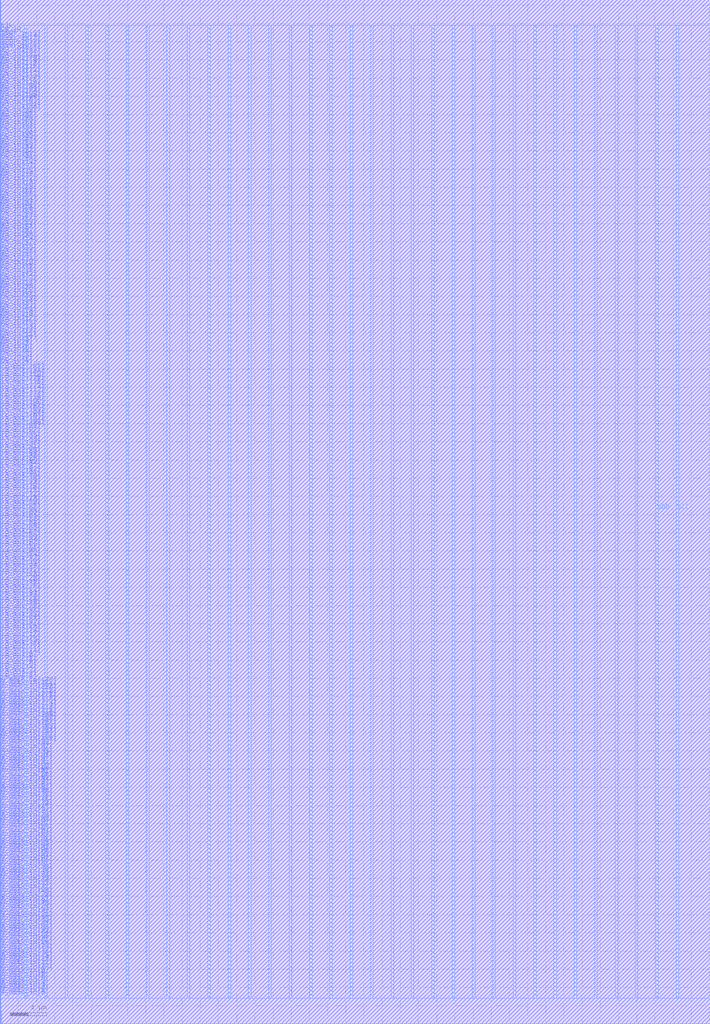
<source format=lef>
VERSION 5.7 ;
BUSBITCHARS "[]" ;
MACRO fakeram45_64x124
  FOREIGN fakeram45_64x124 0 0 ;
  SYMMETRY X Y R90 ;
  SIZE 0.19 BY 1.4 ;
  CLASS BLOCK ;
  PIN w_mask_in[0]
    DIRECTION INPUT ;
    USE SIGNAL ;
    SHAPE ABUTMENT ;
    PORT
      LAYER metal3 ;
      RECT 0.000 2.800 0.070 2.870 ;
    END
  END w_mask_in[0]
  PIN w_mask_in[1]
    DIRECTION INPUT ;
    USE SIGNAL ;
    SHAPE ABUTMENT ;
    PORT
      LAYER metal3 ;
      RECT 0.000 3.080 0.070 3.150 ;
    END
  END w_mask_in[1]
  PIN w_mask_in[2]
    DIRECTION INPUT ;
    USE SIGNAL ;
    SHAPE ABUTMENT ;
    PORT
      LAYER metal3 ;
      RECT 0.000 3.360 0.070 3.430 ;
    END
  END w_mask_in[2]
  PIN w_mask_in[3]
    DIRECTION INPUT ;
    USE SIGNAL ;
    SHAPE ABUTMENT ;
    PORT
      LAYER metal3 ;
      RECT 0.000 3.640 0.070 3.710 ;
    END
  END w_mask_in[3]
  PIN w_mask_in[4]
    DIRECTION INPUT ;
    USE SIGNAL ;
    SHAPE ABUTMENT ;
    PORT
      LAYER metal3 ;
      RECT 0.000 3.920 0.070 3.990 ;
    END
  END w_mask_in[4]
  PIN w_mask_in[5]
    DIRECTION INPUT ;
    USE SIGNAL ;
    SHAPE ABUTMENT ;
    PORT
      LAYER metal3 ;
      RECT 0.000 4.200 0.070 4.270 ;
    END
  END w_mask_in[5]
  PIN w_mask_in[6]
    DIRECTION INPUT ;
    USE SIGNAL ;
    SHAPE ABUTMENT ;
    PORT
      LAYER metal3 ;
      RECT 0.000 4.480 0.070 4.550 ;
    END
  END w_mask_in[6]
  PIN w_mask_in[7]
    DIRECTION INPUT ;
    USE SIGNAL ;
    SHAPE ABUTMENT ;
    PORT
      LAYER metal3 ;
      RECT 0.000 4.760 0.070 4.830 ;
    END
  END w_mask_in[7]
  PIN w_mask_in[8]
    DIRECTION INPUT ;
    USE SIGNAL ;
    SHAPE ABUTMENT ;
    PORT
      LAYER metal3 ;
      RECT 0.000 5.040 0.070 5.110 ;
    END
  END w_mask_in[8]
  PIN w_mask_in[9]
    DIRECTION INPUT ;
    USE SIGNAL ;
    SHAPE ABUTMENT ;
    PORT
      LAYER metal3 ;
      RECT 0.000 5.320 0.070 5.390 ;
    END
  END w_mask_in[9]
  PIN w_mask_in[10]
    DIRECTION INPUT ;
    USE SIGNAL ;
    SHAPE ABUTMENT ;
    PORT
      LAYER metal3 ;
      RECT 0.000 5.600 0.070 5.670 ;
    END
  END w_mask_in[10]
  PIN w_mask_in[11]
    DIRECTION INPUT ;
    USE SIGNAL ;
    SHAPE ABUTMENT ;
    PORT
      LAYER metal3 ;
      RECT 0.000 5.880 0.070 5.950 ;
    END
  END w_mask_in[11]
  PIN w_mask_in[12]
    DIRECTION INPUT ;
    USE SIGNAL ;
    SHAPE ABUTMENT ;
    PORT
      LAYER metal3 ;
      RECT 0.000 6.160 0.070 6.230 ;
    END
  END w_mask_in[12]
  PIN w_mask_in[13]
    DIRECTION INPUT ;
    USE SIGNAL ;
    SHAPE ABUTMENT ;
    PORT
      LAYER metal3 ;
      RECT 0.000 6.440 0.070 6.510 ;
    END
  END w_mask_in[13]
  PIN w_mask_in[14]
    DIRECTION INPUT ;
    USE SIGNAL ;
    SHAPE ABUTMENT ;
    PORT
      LAYER metal3 ;
      RECT 0.000 6.720 0.070 6.790 ;
    END
  END w_mask_in[14]
  PIN w_mask_in[15]
    DIRECTION INPUT ;
    USE SIGNAL ;
    SHAPE ABUTMENT ;
    PORT
      LAYER metal3 ;
      RECT 0.000 7.000 0.070 7.070 ;
    END
  END w_mask_in[15]
  PIN w_mask_in[16]
    DIRECTION INPUT ;
    USE SIGNAL ;
    SHAPE ABUTMENT ;
    PORT
      LAYER metal3 ;
      RECT 0.000 7.280 0.070 7.350 ;
    END
  END w_mask_in[16]
  PIN w_mask_in[17]
    DIRECTION INPUT ;
    USE SIGNAL ;
    SHAPE ABUTMENT ;
    PORT
      LAYER metal3 ;
      RECT 0.000 7.560 0.070 7.630 ;
    END
  END w_mask_in[17]
  PIN w_mask_in[18]
    DIRECTION INPUT ;
    USE SIGNAL ;
    SHAPE ABUTMENT ;
    PORT
      LAYER metal3 ;
      RECT 0.000 7.840 0.070 7.910 ;
    END
  END w_mask_in[18]
  PIN w_mask_in[19]
    DIRECTION INPUT ;
    USE SIGNAL ;
    SHAPE ABUTMENT ;
    PORT
      LAYER metal3 ;
      RECT 0.000 8.120 0.070 8.190 ;
    END
  END w_mask_in[19]
  PIN w_mask_in[20]
    DIRECTION INPUT ;
    USE SIGNAL ;
    SHAPE ABUTMENT ;
    PORT
      LAYER metal3 ;
      RECT 0.000 8.400 0.070 8.470 ;
    END
  END w_mask_in[20]
  PIN w_mask_in[21]
    DIRECTION INPUT ;
    USE SIGNAL ;
    SHAPE ABUTMENT ;
    PORT
      LAYER metal3 ;
      RECT 0.000 8.680 0.070 8.750 ;
    END
  END w_mask_in[21]
  PIN w_mask_in[22]
    DIRECTION INPUT ;
    USE SIGNAL ;
    SHAPE ABUTMENT ;
    PORT
      LAYER metal3 ;
      RECT 0.000 8.960 0.070 9.030 ;
    END
  END w_mask_in[22]
  PIN w_mask_in[23]
    DIRECTION INPUT ;
    USE SIGNAL ;
    SHAPE ABUTMENT ;
    PORT
      LAYER metal3 ;
      RECT 0.000 9.240 0.070 9.310 ;
    END
  END w_mask_in[23]
  PIN w_mask_in[24]
    DIRECTION INPUT ;
    USE SIGNAL ;
    SHAPE ABUTMENT ;
    PORT
      LAYER metal3 ;
      RECT 0.000 9.520 0.070 9.590 ;
    END
  END w_mask_in[24]
  PIN w_mask_in[25]
    DIRECTION INPUT ;
    USE SIGNAL ;
    SHAPE ABUTMENT ;
    PORT
      LAYER metal3 ;
      RECT 0.000 9.800 0.070 9.870 ;
    END
  END w_mask_in[25]
  PIN w_mask_in[26]
    DIRECTION INPUT ;
    USE SIGNAL ;
    SHAPE ABUTMENT ;
    PORT
      LAYER metal3 ;
      RECT 0.000 10.080 0.070 10.150 ;
    END
  END w_mask_in[26]
  PIN w_mask_in[27]
    DIRECTION INPUT ;
    USE SIGNAL ;
    SHAPE ABUTMENT ;
    PORT
      LAYER metal3 ;
      RECT 0.000 10.360 0.070 10.430 ;
    END
  END w_mask_in[27]
  PIN w_mask_in[28]
    DIRECTION INPUT ;
    USE SIGNAL ;
    SHAPE ABUTMENT ;
    PORT
      LAYER metal3 ;
      RECT 0.000 10.640 0.070 10.710 ;
    END
  END w_mask_in[28]
  PIN w_mask_in[29]
    DIRECTION INPUT ;
    USE SIGNAL ;
    SHAPE ABUTMENT ;
    PORT
      LAYER metal3 ;
      RECT 0.000 10.920 0.070 10.990 ;
    END
  END w_mask_in[29]
  PIN w_mask_in[30]
    DIRECTION INPUT ;
    USE SIGNAL ;
    SHAPE ABUTMENT ;
    PORT
      LAYER metal3 ;
      RECT 0.000 11.200 0.070 11.270 ;
    END
  END w_mask_in[30]
  PIN w_mask_in[31]
    DIRECTION INPUT ;
    USE SIGNAL ;
    SHAPE ABUTMENT ;
    PORT
      LAYER metal3 ;
      RECT 0.000 11.480 0.070 11.550 ;
    END
  END w_mask_in[31]
  PIN w_mask_in[32]
    DIRECTION INPUT ;
    USE SIGNAL ;
    SHAPE ABUTMENT ;
    PORT
      LAYER metal3 ;
      RECT 0.000 11.760 0.070 11.830 ;
    END
  END w_mask_in[32]
  PIN w_mask_in[33]
    DIRECTION INPUT ;
    USE SIGNAL ;
    SHAPE ABUTMENT ;
    PORT
      LAYER metal3 ;
      RECT 0.000 12.040 0.070 12.110 ;
    END
  END w_mask_in[33]
  PIN w_mask_in[34]
    DIRECTION INPUT ;
    USE SIGNAL ;
    SHAPE ABUTMENT ;
    PORT
      LAYER metal3 ;
      RECT 0.000 12.320 0.070 12.390 ;
    END
  END w_mask_in[34]
  PIN w_mask_in[35]
    DIRECTION INPUT ;
    USE SIGNAL ;
    SHAPE ABUTMENT ;
    PORT
      LAYER metal3 ;
      RECT 0.000 12.600 0.070 12.670 ;
    END
  END w_mask_in[35]
  PIN w_mask_in[36]
    DIRECTION INPUT ;
    USE SIGNAL ;
    SHAPE ABUTMENT ;
    PORT
      LAYER metal3 ;
      RECT 0.000 12.880 0.070 12.950 ;
    END
  END w_mask_in[36]
  PIN w_mask_in[37]
    DIRECTION INPUT ;
    USE SIGNAL ;
    SHAPE ABUTMENT ;
    PORT
      LAYER metal3 ;
      RECT 0.000 13.160 0.070 13.230 ;
    END
  END w_mask_in[37]
  PIN w_mask_in[38]
    DIRECTION INPUT ;
    USE SIGNAL ;
    SHAPE ABUTMENT ;
    PORT
      LAYER metal3 ;
      RECT 0.000 13.440 0.070 13.510 ;
    END
  END w_mask_in[38]
  PIN w_mask_in[39]
    DIRECTION INPUT ;
    USE SIGNAL ;
    SHAPE ABUTMENT ;
    PORT
      LAYER metal3 ;
      RECT 0.000 13.720 0.070 13.790 ;
    END
  END w_mask_in[39]
  PIN w_mask_in[40]
    DIRECTION INPUT ;
    USE SIGNAL ;
    SHAPE ABUTMENT ;
    PORT
      LAYER metal3 ;
      RECT 0.000 14.000 0.070 14.070 ;
    END
  END w_mask_in[40]
  PIN w_mask_in[41]
    DIRECTION INPUT ;
    USE SIGNAL ;
    SHAPE ABUTMENT ;
    PORT
      LAYER metal3 ;
      RECT 0.000 14.280 0.070 14.350 ;
    END
  END w_mask_in[41]
  PIN w_mask_in[42]
    DIRECTION INPUT ;
    USE SIGNAL ;
    SHAPE ABUTMENT ;
    PORT
      LAYER metal3 ;
      RECT 0.000 14.560 0.070 14.630 ;
    END
  END w_mask_in[42]
  PIN w_mask_in[43]
    DIRECTION INPUT ;
    USE SIGNAL ;
    SHAPE ABUTMENT ;
    PORT
      LAYER metal3 ;
      RECT 0.000 14.840 0.070 14.910 ;
    END
  END w_mask_in[43]
  PIN w_mask_in[44]
    DIRECTION INPUT ;
    USE SIGNAL ;
    SHAPE ABUTMENT ;
    PORT
      LAYER metal3 ;
      RECT 0.000 15.120 0.070 15.190 ;
    END
  END w_mask_in[44]
  PIN w_mask_in[45]
    DIRECTION INPUT ;
    USE SIGNAL ;
    SHAPE ABUTMENT ;
    PORT
      LAYER metal3 ;
      RECT 0.000 15.400 0.070 15.470 ;
    END
  END w_mask_in[45]
  PIN w_mask_in[46]
    DIRECTION INPUT ;
    USE SIGNAL ;
    SHAPE ABUTMENT ;
    PORT
      LAYER metal3 ;
      RECT 0.000 15.680 0.070 15.750 ;
    END
  END w_mask_in[46]
  PIN w_mask_in[47]
    DIRECTION INPUT ;
    USE SIGNAL ;
    SHAPE ABUTMENT ;
    PORT
      LAYER metal3 ;
      RECT 0.000 15.960 0.070 16.030 ;
    END
  END w_mask_in[47]
  PIN w_mask_in[48]
    DIRECTION INPUT ;
    USE SIGNAL ;
    SHAPE ABUTMENT ;
    PORT
      LAYER metal3 ;
      RECT 0.000 16.240 0.070 16.310 ;
    END
  END w_mask_in[48]
  PIN w_mask_in[49]
    DIRECTION INPUT ;
    USE SIGNAL ;
    SHAPE ABUTMENT ;
    PORT
      LAYER metal3 ;
      RECT 0.000 16.520 0.070 16.590 ;
    END
  END w_mask_in[49]
  PIN w_mask_in[50]
    DIRECTION INPUT ;
    USE SIGNAL ;
    SHAPE ABUTMENT ;
    PORT
      LAYER metal3 ;
      RECT 0.000 16.800 0.070 16.870 ;
    END
  END w_mask_in[50]
  PIN w_mask_in[51]
    DIRECTION INPUT ;
    USE SIGNAL ;
    SHAPE ABUTMENT ;
    PORT
      LAYER metal3 ;
      RECT 0.000 17.080 0.070 17.150 ;
    END
  END w_mask_in[51]
  PIN w_mask_in[52]
    DIRECTION INPUT ;
    USE SIGNAL ;
    SHAPE ABUTMENT ;
    PORT
      LAYER metal3 ;
      RECT 0.000 17.360 0.070 17.430 ;
    END
  END w_mask_in[52]
  PIN w_mask_in[53]
    DIRECTION INPUT ;
    USE SIGNAL ;
    SHAPE ABUTMENT ;
    PORT
      LAYER metal3 ;
      RECT 0.000 17.640 0.070 17.710 ;
    END
  END w_mask_in[53]
  PIN w_mask_in[54]
    DIRECTION INPUT ;
    USE SIGNAL ;
    SHAPE ABUTMENT ;
    PORT
      LAYER metal3 ;
      RECT 0.000 17.920 0.070 17.990 ;
    END
  END w_mask_in[54]
  PIN w_mask_in[55]
    DIRECTION INPUT ;
    USE SIGNAL ;
    SHAPE ABUTMENT ;
    PORT
      LAYER metal3 ;
      RECT 0.000 18.200 0.070 18.270 ;
    END
  END w_mask_in[55]
  PIN w_mask_in[56]
    DIRECTION INPUT ;
    USE SIGNAL ;
    SHAPE ABUTMENT ;
    PORT
      LAYER metal3 ;
      RECT 0.000 18.480 0.070 18.550 ;
    END
  END w_mask_in[56]
  PIN w_mask_in[57]
    DIRECTION INPUT ;
    USE SIGNAL ;
    SHAPE ABUTMENT ;
    PORT
      LAYER metal3 ;
      RECT 0.000 18.760 0.070 18.830 ;
    END
  END w_mask_in[57]
  PIN w_mask_in[58]
    DIRECTION INPUT ;
    USE SIGNAL ;
    SHAPE ABUTMENT ;
    PORT
      LAYER metal3 ;
      RECT 0.000 19.040 0.070 19.110 ;
    END
  END w_mask_in[58]
  PIN w_mask_in[59]
    DIRECTION INPUT ;
    USE SIGNAL ;
    SHAPE ABUTMENT ;
    PORT
      LAYER metal3 ;
      RECT 0.000 19.320 0.070 19.390 ;
    END
  END w_mask_in[59]
  PIN w_mask_in[60]
    DIRECTION INPUT ;
    USE SIGNAL ;
    SHAPE ABUTMENT ;
    PORT
      LAYER metal3 ;
      RECT 0.000 19.600 0.070 19.670 ;
    END
  END w_mask_in[60]
  PIN w_mask_in[61]
    DIRECTION INPUT ;
    USE SIGNAL ;
    SHAPE ABUTMENT ;
    PORT
      LAYER metal3 ;
      RECT 0.000 19.880 0.070 19.950 ;
    END
  END w_mask_in[61]
  PIN w_mask_in[62]
    DIRECTION INPUT ;
    USE SIGNAL ;
    SHAPE ABUTMENT ;
    PORT
      LAYER metal3 ;
      RECT 0.000 20.160 0.070 20.230 ;
    END
  END w_mask_in[62]
  PIN w_mask_in[63]
    DIRECTION INPUT ;
    USE SIGNAL ;
    SHAPE ABUTMENT ;
    PORT
      LAYER metal3 ;
      RECT 0.000 20.440 0.070 20.510 ;
    END
  END w_mask_in[63]
  PIN w_mask_in[64]
    DIRECTION INPUT ;
    USE SIGNAL ;
    SHAPE ABUTMENT ;
    PORT
      LAYER metal3 ;
      RECT 0.000 20.720 0.070 20.790 ;
    END
  END w_mask_in[64]
  PIN w_mask_in[65]
    DIRECTION INPUT ;
    USE SIGNAL ;
    SHAPE ABUTMENT ;
    PORT
      LAYER metal3 ;
      RECT 0.000 21.000 0.070 21.070 ;
    END
  END w_mask_in[65]
  PIN w_mask_in[66]
    DIRECTION INPUT ;
    USE SIGNAL ;
    SHAPE ABUTMENT ;
    PORT
      LAYER metal3 ;
      RECT 0.000 21.280 0.070 21.350 ;
    END
  END w_mask_in[66]
  PIN w_mask_in[67]
    DIRECTION INPUT ;
    USE SIGNAL ;
    SHAPE ABUTMENT ;
    PORT
      LAYER metal3 ;
      RECT 0.000 21.560 0.070 21.630 ;
    END
  END w_mask_in[67]
  PIN w_mask_in[68]
    DIRECTION INPUT ;
    USE SIGNAL ;
    SHAPE ABUTMENT ;
    PORT
      LAYER metal3 ;
      RECT 0.000 21.840 0.070 21.910 ;
    END
  END w_mask_in[68]
  PIN w_mask_in[69]
    DIRECTION INPUT ;
    USE SIGNAL ;
    SHAPE ABUTMENT ;
    PORT
      LAYER metal3 ;
      RECT 0.000 22.120 0.070 22.190 ;
    END
  END w_mask_in[69]
  PIN w_mask_in[70]
    DIRECTION INPUT ;
    USE SIGNAL ;
    SHAPE ABUTMENT ;
    PORT
      LAYER metal3 ;
      RECT 0.000 22.400 0.070 22.470 ;
    END
  END w_mask_in[70]
  PIN w_mask_in[71]
    DIRECTION INPUT ;
    USE SIGNAL ;
    SHAPE ABUTMENT ;
    PORT
      LAYER metal3 ;
      RECT 0.000 22.680 0.070 22.750 ;
    END
  END w_mask_in[71]
  PIN w_mask_in[72]
    DIRECTION INPUT ;
    USE SIGNAL ;
    SHAPE ABUTMENT ;
    PORT
      LAYER metal3 ;
      RECT 0.000 22.960 0.070 23.030 ;
    END
  END w_mask_in[72]
  PIN w_mask_in[73]
    DIRECTION INPUT ;
    USE SIGNAL ;
    SHAPE ABUTMENT ;
    PORT
      LAYER metal3 ;
      RECT 0.000 23.240 0.070 23.310 ;
    END
  END w_mask_in[73]
  PIN w_mask_in[74]
    DIRECTION INPUT ;
    USE SIGNAL ;
    SHAPE ABUTMENT ;
    PORT
      LAYER metal3 ;
      RECT 0.000 23.520 0.070 23.590 ;
    END
  END w_mask_in[74]
  PIN w_mask_in[75]
    DIRECTION INPUT ;
    USE SIGNAL ;
    SHAPE ABUTMENT ;
    PORT
      LAYER metal3 ;
      RECT 0.000 23.800 0.070 23.870 ;
    END
  END w_mask_in[75]
  PIN w_mask_in[76]
    DIRECTION INPUT ;
    USE SIGNAL ;
    SHAPE ABUTMENT ;
    PORT
      LAYER metal3 ;
      RECT 0.000 24.080 0.070 24.150 ;
    END
  END w_mask_in[76]
  PIN w_mask_in[77]
    DIRECTION INPUT ;
    USE SIGNAL ;
    SHAPE ABUTMENT ;
    PORT
      LAYER metal3 ;
      RECT 0.000 24.360 0.070 24.430 ;
    END
  END w_mask_in[77]
  PIN w_mask_in[78]
    DIRECTION INPUT ;
    USE SIGNAL ;
    SHAPE ABUTMENT ;
    PORT
      LAYER metal3 ;
      RECT 0.000 24.640 0.070 24.710 ;
    END
  END w_mask_in[78]
  PIN w_mask_in[79]
    DIRECTION INPUT ;
    USE SIGNAL ;
    SHAPE ABUTMENT ;
    PORT
      LAYER metal3 ;
      RECT 0.000 24.920 0.070 24.990 ;
    END
  END w_mask_in[79]
  PIN w_mask_in[80]
    DIRECTION INPUT ;
    USE SIGNAL ;
    SHAPE ABUTMENT ;
    PORT
      LAYER metal3 ;
      RECT 0.000 25.200 0.070 25.270 ;
    END
  END w_mask_in[80]
  PIN w_mask_in[81]
    DIRECTION INPUT ;
    USE SIGNAL ;
    SHAPE ABUTMENT ;
    PORT
      LAYER metal3 ;
      RECT 0.000 25.480 0.070 25.550 ;
    END
  END w_mask_in[81]
  PIN w_mask_in[82]
    DIRECTION INPUT ;
    USE SIGNAL ;
    SHAPE ABUTMENT ;
    PORT
      LAYER metal3 ;
      RECT 0.000 25.760 0.070 25.830 ;
    END
  END w_mask_in[82]
  PIN w_mask_in[83]
    DIRECTION INPUT ;
    USE SIGNAL ;
    SHAPE ABUTMENT ;
    PORT
      LAYER metal3 ;
      RECT 0.000 26.040 0.070 26.110 ;
    END
  END w_mask_in[83]
  PIN w_mask_in[84]
    DIRECTION INPUT ;
    USE SIGNAL ;
    SHAPE ABUTMENT ;
    PORT
      LAYER metal3 ;
      RECT 0.000 26.320 0.070 26.390 ;
    END
  END w_mask_in[84]
  PIN w_mask_in[85]
    DIRECTION INPUT ;
    USE SIGNAL ;
    SHAPE ABUTMENT ;
    PORT
      LAYER metal3 ;
      RECT 0.000 26.600 0.070 26.670 ;
    END
  END w_mask_in[85]
  PIN w_mask_in[86]
    DIRECTION INPUT ;
    USE SIGNAL ;
    SHAPE ABUTMENT ;
    PORT
      LAYER metal3 ;
      RECT 0.000 26.880 0.070 26.950 ;
    END
  END w_mask_in[86]
  PIN w_mask_in[87]
    DIRECTION INPUT ;
    USE SIGNAL ;
    SHAPE ABUTMENT ;
    PORT
      LAYER metal3 ;
      RECT 0.000 27.160 0.070 27.230 ;
    END
  END w_mask_in[87]
  PIN w_mask_in[88]
    DIRECTION INPUT ;
    USE SIGNAL ;
    SHAPE ABUTMENT ;
    PORT
      LAYER metal3 ;
      RECT 0.000 27.440 0.070 27.510 ;
    END
  END w_mask_in[88]
  PIN w_mask_in[89]
    DIRECTION INPUT ;
    USE SIGNAL ;
    SHAPE ABUTMENT ;
    PORT
      LAYER metal3 ;
      RECT 0.000 27.720 0.070 27.790 ;
    END
  END w_mask_in[89]
  PIN w_mask_in[90]
    DIRECTION INPUT ;
    USE SIGNAL ;
    SHAPE ABUTMENT ;
    PORT
      LAYER metal3 ;
      RECT 0.000 28.000 0.070 28.070 ;
    END
  END w_mask_in[90]
  PIN w_mask_in[91]
    DIRECTION INPUT ;
    USE SIGNAL ;
    SHAPE ABUTMENT ;
    PORT
      LAYER metal3 ;
      RECT 0.000 28.280 0.070 28.350 ;
    END
  END w_mask_in[91]
  PIN w_mask_in[92]
    DIRECTION INPUT ;
    USE SIGNAL ;
    SHAPE ABUTMENT ;
    PORT
      LAYER metal3 ;
      RECT 0.000 28.560 0.070 28.630 ;
    END
  END w_mask_in[92]
  PIN w_mask_in[93]
    DIRECTION INPUT ;
    USE SIGNAL ;
    SHAPE ABUTMENT ;
    PORT
      LAYER metal3 ;
      RECT 0.000 28.840 0.070 28.910 ;
    END
  END w_mask_in[93]
  PIN w_mask_in[94]
    DIRECTION INPUT ;
    USE SIGNAL ;
    SHAPE ABUTMENT ;
    PORT
      LAYER metal3 ;
      RECT 0.000 29.120 0.070 29.190 ;
    END
  END w_mask_in[94]
  PIN w_mask_in[95]
    DIRECTION INPUT ;
    USE SIGNAL ;
    SHAPE ABUTMENT ;
    PORT
      LAYER metal3 ;
      RECT 0.000 29.400 0.070 29.470 ;
    END
  END w_mask_in[95]
  PIN w_mask_in[96]
    DIRECTION INPUT ;
    USE SIGNAL ;
    SHAPE ABUTMENT ;
    PORT
      LAYER metal3 ;
      RECT 0.000 29.680 0.070 29.750 ;
    END
  END w_mask_in[96]
  PIN w_mask_in[97]
    DIRECTION INPUT ;
    USE SIGNAL ;
    SHAPE ABUTMENT ;
    PORT
      LAYER metal3 ;
      RECT 0.000 29.960 0.070 30.030 ;
    END
  END w_mask_in[97]
  PIN w_mask_in[98]
    DIRECTION INPUT ;
    USE SIGNAL ;
    SHAPE ABUTMENT ;
    PORT
      LAYER metal3 ;
      RECT 0.000 30.240 0.070 30.310 ;
    END
  END w_mask_in[98]
  PIN w_mask_in[99]
    DIRECTION INPUT ;
    USE SIGNAL ;
    SHAPE ABUTMENT ;
    PORT
      LAYER metal3 ;
      RECT 0.000 30.520 0.070 30.590 ;
    END
  END w_mask_in[99]
  PIN w_mask_in[100]
    DIRECTION INPUT ;
    USE SIGNAL ;
    SHAPE ABUTMENT ;
    PORT
      LAYER metal3 ;
      RECT 0.000 30.800 0.070 30.870 ;
    END
  END w_mask_in[100]
  PIN w_mask_in[101]
    DIRECTION INPUT ;
    USE SIGNAL ;
    SHAPE ABUTMENT ;
    PORT
      LAYER metal3 ;
      RECT 0.000 31.080 0.070 31.150 ;
    END
  END w_mask_in[101]
  PIN w_mask_in[102]
    DIRECTION INPUT ;
    USE SIGNAL ;
    SHAPE ABUTMENT ;
    PORT
      LAYER metal3 ;
      RECT 0.000 31.360 0.070 31.430 ;
    END
  END w_mask_in[102]
  PIN w_mask_in[103]
    DIRECTION INPUT ;
    USE SIGNAL ;
    SHAPE ABUTMENT ;
    PORT
      LAYER metal3 ;
      RECT 0.000 31.640 0.070 31.710 ;
    END
  END w_mask_in[103]
  PIN w_mask_in[104]
    DIRECTION INPUT ;
    USE SIGNAL ;
    SHAPE ABUTMENT ;
    PORT
      LAYER metal3 ;
      RECT 0.000 31.920 0.070 31.990 ;
    END
  END w_mask_in[104]
  PIN w_mask_in[105]
    DIRECTION INPUT ;
    USE SIGNAL ;
    SHAPE ABUTMENT ;
    PORT
      LAYER metal3 ;
      RECT 0.000 32.200 0.070 32.270 ;
    END
  END w_mask_in[105]
  PIN w_mask_in[106]
    DIRECTION INPUT ;
    USE SIGNAL ;
    SHAPE ABUTMENT ;
    PORT
      LAYER metal3 ;
      RECT 0.000 32.480 0.070 32.550 ;
    END
  END w_mask_in[106]
  PIN w_mask_in[107]
    DIRECTION INPUT ;
    USE SIGNAL ;
    SHAPE ABUTMENT ;
    PORT
      LAYER metal3 ;
      RECT 0.000 32.760 0.070 32.830 ;
    END
  END w_mask_in[107]
  PIN w_mask_in[108]
    DIRECTION INPUT ;
    USE SIGNAL ;
    SHAPE ABUTMENT ;
    PORT
      LAYER metal3 ;
      RECT 0.000 33.040 0.070 33.110 ;
    END
  END w_mask_in[108]
  PIN w_mask_in[109]
    DIRECTION INPUT ;
    USE SIGNAL ;
    SHAPE ABUTMENT ;
    PORT
      LAYER metal3 ;
      RECT 0.000 33.320 0.070 33.390 ;
    END
  END w_mask_in[109]
  PIN w_mask_in[110]
    DIRECTION INPUT ;
    USE SIGNAL ;
    SHAPE ABUTMENT ;
    PORT
      LAYER metal3 ;
      RECT 0.000 33.600 0.070 33.670 ;
    END
  END w_mask_in[110]
  PIN w_mask_in[111]
    DIRECTION INPUT ;
    USE SIGNAL ;
    SHAPE ABUTMENT ;
    PORT
      LAYER metal3 ;
      RECT 0.000 33.880 0.070 33.950 ;
    END
  END w_mask_in[111]
  PIN w_mask_in[112]
    DIRECTION INPUT ;
    USE SIGNAL ;
    SHAPE ABUTMENT ;
    PORT
      LAYER metal3 ;
      RECT 0.000 34.160 0.070 34.230 ;
    END
  END w_mask_in[112]
  PIN w_mask_in[113]
    DIRECTION INPUT ;
    USE SIGNAL ;
    SHAPE ABUTMENT ;
    PORT
      LAYER metal3 ;
      RECT 0.000 34.440 0.070 34.510 ;
    END
  END w_mask_in[113]
  PIN w_mask_in[114]
    DIRECTION INPUT ;
    USE SIGNAL ;
    SHAPE ABUTMENT ;
    PORT
      LAYER metal3 ;
      RECT 0.000 34.720 0.070 34.790 ;
    END
  END w_mask_in[114]
  PIN w_mask_in[115]
    DIRECTION INPUT ;
    USE SIGNAL ;
    SHAPE ABUTMENT ;
    PORT
      LAYER metal3 ;
      RECT 0.000 35.000 0.070 35.070 ;
    END
  END w_mask_in[115]
  PIN w_mask_in[116]
    DIRECTION INPUT ;
    USE SIGNAL ;
    SHAPE ABUTMENT ;
    PORT
      LAYER metal3 ;
      RECT 0.000 35.280 0.070 35.350 ;
    END
  END w_mask_in[116]
  PIN w_mask_in[117]
    DIRECTION INPUT ;
    USE SIGNAL ;
    SHAPE ABUTMENT ;
    PORT
      LAYER metal3 ;
      RECT 0.000 35.560 0.070 35.630 ;
    END
  END w_mask_in[117]
  PIN w_mask_in[118]
    DIRECTION INPUT ;
    USE SIGNAL ;
    SHAPE ABUTMENT ;
    PORT
      LAYER metal3 ;
      RECT 0.000 35.840 0.070 35.910 ;
    END
  END w_mask_in[118]
  PIN w_mask_in[119]
    DIRECTION INPUT ;
    USE SIGNAL ;
    SHAPE ABUTMENT ;
    PORT
      LAYER metal3 ;
      RECT 0.000 36.120 0.070 36.190 ;
    END
  END w_mask_in[119]
  PIN w_mask_in[120]
    DIRECTION INPUT ;
    USE SIGNAL ;
    SHAPE ABUTMENT ;
    PORT
      LAYER metal3 ;
      RECT 0.000 36.400 0.070 36.470 ;
    END
  END w_mask_in[120]
  PIN w_mask_in[121]
    DIRECTION INPUT ;
    USE SIGNAL ;
    SHAPE ABUTMENT ;
    PORT
      LAYER metal3 ;
      RECT 0.000 36.680 0.070 36.750 ;
    END
  END w_mask_in[121]
  PIN w_mask_in[122]
    DIRECTION INPUT ;
    USE SIGNAL ;
    SHAPE ABUTMENT ;
    PORT
      LAYER metal3 ;
      RECT 0.000 36.960 0.070 37.030 ;
    END
  END w_mask_in[122]
  PIN w_mask_in[123]
    DIRECTION INPUT ;
    USE SIGNAL ;
    SHAPE ABUTMENT ;
    PORT
      LAYER metal3 ;
      RECT 0.000 37.240 0.070 37.310 ;
    END
  END w_mask_in[123]
  PIN rd_out[0]
    DIRECTION OUTPUT ;
    USE SIGNAL ;
    SHAPE ABUTMENT ;
    PORT
      LAYER metal3 ;
      RECT 0.000 37.520 0.070 37.590 ;
    END
  END rd_out[0]
  PIN rd_out[1]
    DIRECTION OUTPUT ;
    USE SIGNAL ;
    SHAPE ABUTMENT ;
    PORT
      LAYER metal3 ;
      RECT 0.000 37.800 0.070 37.870 ;
    END
  END rd_out[1]
  PIN rd_out[2]
    DIRECTION OUTPUT ;
    USE SIGNAL ;
    SHAPE ABUTMENT ;
    PORT
      LAYER metal3 ;
      RECT 0.000 38.080 0.070 38.150 ;
    END
  END rd_out[2]
  PIN rd_out[3]
    DIRECTION OUTPUT ;
    USE SIGNAL ;
    SHAPE ABUTMENT ;
    PORT
      LAYER metal3 ;
      RECT 0.000 38.360 0.070 38.430 ;
    END
  END rd_out[3]
  PIN rd_out[4]
    DIRECTION OUTPUT ;
    USE SIGNAL ;
    SHAPE ABUTMENT ;
    PORT
      LAYER metal3 ;
      RECT 0.000 38.640 0.070 38.710 ;
    END
  END rd_out[4]
  PIN rd_out[5]
    DIRECTION OUTPUT ;
    USE SIGNAL ;
    SHAPE ABUTMENT ;
    PORT
      LAYER metal3 ;
      RECT 0.000 38.920 0.070 38.990 ;
    END
  END rd_out[5]
  PIN rd_out[6]
    DIRECTION OUTPUT ;
    USE SIGNAL ;
    SHAPE ABUTMENT ;
    PORT
      LAYER metal3 ;
      RECT 0.000 39.200 0.070 39.270 ;
    END
  END rd_out[6]
  PIN rd_out[7]
    DIRECTION OUTPUT ;
    USE SIGNAL ;
    SHAPE ABUTMENT ;
    PORT
      LAYER metal3 ;
      RECT 0.000 39.480 0.070 39.550 ;
    END
  END rd_out[7]
  PIN rd_out[8]
    DIRECTION OUTPUT ;
    USE SIGNAL ;
    SHAPE ABUTMENT ;
    PORT
      LAYER metal3 ;
      RECT 0.000 39.760 0.070 39.830 ;
    END
  END rd_out[8]
  PIN rd_out[9]
    DIRECTION OUTPUT ;
    USE SIGNAL ;
    SHAPE ABUTMENT ;
    PORT
      LAYER metal3 ;
      RECT 0.000 40.040 0.070 40.110 ;
    END
  END rd_out[9]
  PIN rd_out[10]
    DIRECTION OUTPUT ;
    USE SIGNAL ;
    SHAPE ABUTMENT ;
    PORT
      LAYER metal3 ;
      RECT 0.000 40.320 0.070 40.390 ;
    END
  END rd_out[10]
  PIN rd_out[11]
    DIRECTION OUTPUT ;
    USE SIGNAL ;
    SHAPE ABUTMENT ;
    PORT
      LAYER metal3 ;
      RECT 0.000 40.600 0.070 40.670 ;
    END
  END rd_out[11]
  PIN rd_out[12]
    DIRECTION OUTPUT ;
    USE SIGNAL ;
    SHAPE ABUTMENT ;
    PORT
      LAYER metal3 ;
      RECT 0.000 40.880 0.070 40.950 ;
    END
  END rd_out[12]
  PIN rd_out[13]
    DIRECTION OUTPUT ;
    USE SIGNAL ;
    SHAPE ABUTMENT ;
    PORT
      LAYER metal3 ;
      RECT 0.000 41.160 0.070 41.230 ;
    END
  END rd_out[13]
  PIN rd_out[14]
    DIRECTION OUTPUT ;
    USE SIGNAL ;
    SHAPE ABUTMENT ;
    PORT
      LAYER metal3 ;
      RECT 0.000 41.440 0.070 41.510 ;
    END
  END rd_out[14]
  PIN rd_out[15]
    DIRECTION OUTPUT ;
    USE SIGNAL ;
    SHAPE ABUTMENT ;
    PORT
      LAYER metal3 ;
      RECT 0.000 41.720 0.070 41.790 ;
    END
  END rd_out[15]
  PIN rd_out[16]
    DIRECTION OUTPUT ;
    USE SIGNAL ;
    SHAPE ABUTMENT ;
    PORT
      LAYER metal3 ;
      RECT 0.000 42.000 0.070 42.070 ;
    END
  END rd_out[16]
  PIN rd_out[17]
    DIRECTION OUTPUT ;
    USE SIGNAL ;
    SHAPE ABUTMENT ;
    PORT
      LAYER metal3 ;
      RECT 0.000 42.280 0.070 42.350 ;
    END
  END rd_out[17]
  PIN rd_out[18]
    DIRECTION OUTPUT ;
    USE SIGNAL ;
    SHAPE ABUTMENT ;
    PORT
      LAYER metal3 ;
      RECT 0.000 42.560 0.070 42.630 ;
    END
  END rd_out[18]
  PIN rd_out[19]
    DIRECTION OUTPUT ;
    USE SIGNAL ;
    SHAPE ABUTMENT ;
    PORT
      LAYER metal3 ;
      RECT 0.000 42.840 0.070 42.910 ;
    END
  END rd_out[19]
  PIN rd_out[20]
    DIRECTION OUTPUT ;
    USE SIGNAL ;
    SHAPE ABUTMENT ;
    PORT
      LAYER metal3 ;
      RECT 0.000 43.120 0.070 43.190 ;
    END
  END rd_out[20]
  PIN rd_out[21]
    DIRECTION OUTPUT ;
    USE SIGNAL ;
    SHAPE ABUTMENT ;
    PORT
      LAYER metal3 ;
      RECT 0.000 43.400 0.070 43.470 ;
    END
  END rd_out[21]
  PIN rd_out[22]
    DIRECTION OUTPUT ;
    USE SIGNAL ;
    SHAPE ABUTMENT ;
    PORT
      LAYER metal3 ;
      RECT 0.000 43.680 0.070 43.750 ;
    END
  END rd_out[22]
  PIN rd_out[23]
    DIRECTION OUTPUT ;
    USE SIGNAL ;
    SHAPE ABUTMENT ;
    PORT
      LAYER metal3 ;
      RECT 0.000 43.960 0.070 44.030 ;
    END
  END rd_out[23]
  PIN rd_out[24]
    DIRECTION OUTPUT ;
    USE SIGNAL ;
    SHAPE ABUTMENT ;
    PORT
      LAYER metal3 ;
      RECT 0.000 44.240 0.070 44.310 ;
    END
  END rd_out[24]
  PIN rd_out[25]
    DIRECTION OUTPUT ;
    USE SIGNAL ;
    SHAPE ABUTMENT ;
    PORT
      LAYER metal3 ;
      RECT 0.000 44.520 0.070 44.590 ;
    END
  END rd_out[25]
  PIN rd_out[26]
    DIRECTION OUTPUT ;
    USE SIGNAL ;
    SHAPE ABUTMENT ;
    PORT
      LAYER metal3 ;
      RECT 0.000 44.800 0.070 44.870 ;
    END
  END rd_out[26]
  PIN rd_out[27]
    DIRECTION OUTPUT ;
    USE SIGNAL ;
    SHAPE ABUTMENT ;
    PORT
      LAYER metal3 ;
      RECT 0.000 45.080 0.070 45.150 ;
    END
  END rd_out[27]
  PIN rd_out[28]
    DIRECTION OUTPUT ;
    USE SIGNAL ;
    SHAPE ABUTMENT ;
    PORT
      LAYER metal3 ;
      RECT 0.000 45.360 0.070 45.430 ;
    END
  END rd_out[28]
  PIN rd_out[29]
    DIRECTION OUTPUT ;
    USE SIGNAL ;
    SHAPE ABUTMENT ;
    PORT
      LAYER metal3 ;
      RECT 0.000 45.640 0.070 45.710 ;
    END
  END rd_out[29]
  PIN rd_out[30]
    DIRECTION OUTPUT ;
    USE SIGNAL ;
    SHAPE ABUTMENT ;
    PORT
      LAYER metal3 ;
      RECT 0.000 45.920 0.070 45.990 ;
    END
  END rd_out[30]
  PIN rd_out[31]
    DIRECTION OUTPUT ;
    USE SIGNAL ;
    SHAPE ABUTMENT ;
    PORT
      LAYER metal3 ;
      RECT 0.000 46.200 0.070 46.270 ;
    END
  END rd_out[31]
  PIN rd_out[32]
    DIRECTION OUTPUT ;
    USE SIGNAL ;
    SHAPE ABUTMENT ;
    PORT
      LAYER metal3 ;
      RECT 0.000 46.480 0.070 46.550 ;
    END
  END rd_out[32]
  PIN rd_out[33]
    DIRECTION OUTPUT ;
    USE SIGNAL ;
    SHAPE ABUTMENT ;
    PORT
      LAYER metal3 ;
      RECT 0.000 46.760 0.070 46.830 ;
    END
  END rd_out[33]
  PIN rd_out[34]
    DIRECTION OUTPUT ;
    USE SIGNAL ;
    SHAPE ABUTMENT ;
    PORT
      LAYER metal3 ;
      RECT 0.000 47.040 0.070 47.110 ;
    END
  END rd_out[34]
  PIN rd_out[35]
    DIRECTION OUTPUT ;
    USE SIGNAL ;
    SHAPE ABUTMENT ;
    PORT
      LAYER metal3 ;
      RECT 0.000 47.320 0.070 47.390 ;
    END
  END rd_out[35]
  PIN rd_out[36]
    DIRECTION OUTPUT ;
    USE SIGNAL ;
    SHAPE ABUTMENT ;
    PORT
      LAYER metal3 ;
      RECT 0.000 47.600 0.070 47.670 ;
    END
  END rd_out[36]
  PIN rd_out[37]
    DIRECTION OUTPUT ;
    USE SIGNAL ;
    SHAPE ABUTMENT ;
    PORT
      LAYER metal3 ;
      RECT 0.000 47.880 0.070 47.950 ;
    END
  END rd_out[37]
  PIN rd_out[38]
    DIRECTION OUTPUT ;
    USE SIGNAL ;
    SHAPE ABUTMENT ;
    PORT
      LAYER metal3 ;
      RECT 0.000 48.160 0.070 48.230 ;
    END
  END rd_out[38]
  PIN rd_out[39]
    DIRECTION OUTPUT ;
    USE SIGNAL ;
    SHAPE ABUTMENT ;
    PORT
      LAYER metal3 ;
      RECT 0.000 48.440 0.070 48.510 ;
    END
  END rd_out[39]
  PIN rd_out[40]
    DIRECTION OUTPUT ;
    USE SIGNAL ;
    SHAPE ABUTMENT ;
    PORT
      LAYER metal3 ;
      RECT 0.000 48.720 0.070 48.790 ;
    END
  END rd_out[40]
  PIN rd_out[41]
    DIRECTION OUTPUT ;
    USE SIGNAL ;
    SHAPE ABUTMENT ;
    PORT
      LAYER metal3 ;
      RECT 0.000 49.000 0.070 49.070 ;
    END
  END rd_out[41]
  PIN rd_out[42]
    DIRECTION OUTPUT ;
    USE SIGNAL ;
    SHAPE ABUTMENT ;
    PORT
      LAYER metal3 ;
      RECT 0.000 49.280 0.070 49.350 ;
    END
  END rd_out[42]
  PIN rd_out[43]
    DIRECTION OUTPUT ;
    USE SIGNAL ;
    SHAPE ABUTMENT ;
    PORT
      LAYER metal3 ;
      RECT 0.000 49.560 0.070 49.630 ;
    END
  END rd_out[43]
  PIN rd_out[44]
    DIRECTION OUTPUT ;
    USE SIGNAL ;
    SHAPE ABUTMENT ;
    PORT
      LAYER metal3 ;
      RECT 0.000 49.840 0.070 49.910 ;
    END
  END rd_out[44]
  PIN rd_out[45]
    DIRECTION OUTPUT ;
    USE SIGNAL ;
    SHAPE ABUTMENT ;
    PORT
      LAYER metal3 ;
      RECT 0.000 50.120 0.070 50.190 ;
    END
  END rd_out[45]
  PIN rd_out[46]
    DIRECTION OUTPUT ;
    USE SIGNAL ;
    SHAPE ABUTMENT ;
    PORT
      LAYER metal3 ;
      RECT 0.000 50.400 0.070 50.470 ;
    END
  END rd_out[46]
  PIN rd_out[47]
    DIRECTION OUTPUT ;
    USE SIGNAL ;
    SHAPE ABUTMENT ;
    PORT
      LAYER metal3 ;
      RECT 0.000 50.680 0.070 50.750 ;
    END
  END rd_out[47]
  PIN rd_out[48]
    DIRECTION OUTPUT ;
    USE SIGNAL ;
    SHAPE ABUTMENT ;
    PORT
      LAYER metal3 ;
      RECT 0.000 50.960 0.070 51.030 ;
    END
  END rd_out[48]
  PIN rd_out[49]
    DIRECTION OUTPUT ;
    USE SIGNAL ;
    SHAPE ABUTMENT ;
    PORT
      LAYER metal3 ;
      RECT 0.000 51.240 0.070 51.310 ;
    END
  END rd_out[49]
  PIN rd_out[50]
    DIRECTION OUTPUT ;
    USE SIGNAL ;
    SHAPE ABUTMENT ;
    PORT
      LAYER metal3 ;
      RECT 0.000 51.520 0.070 51.590 ;
    END
  END rd_out[50]
  PIN rd_out[51]
    DIRECTION OUTPUT ;
    USE SIGNAL ;
    SHAPE ABUTMENT ;
    PORT
      LAYER metal3 ;
      RECT 0.000 51.800 0.070 51.870 ;
    END
  END rd_out[51]
  PIN rd_out[52]
    DIRECTION OUTPUT ;
    USE SIGNAL ;
    SHAPE ABUTMENT ;
    PORT
      LAYER metal3 ;
      RECT 0.000 52.080 0.070 52.150 ;
    END
  END rd_out[52]
  PIN rd_out[53]
    DIRECTION OUTPUT ;
    USE SIGNAL ;
    SHAPE ABUTMENT ;
    PORT
      LAYER metal3 ;
      RECT 0.000 52.360 0.070 52.430 ;
    END
  END rd_out[53]
  PIN rd_out[54]
    DIRECTION OUTPUT ;
    USE SIGNAL ;
    SHAPE ABUTMENT ;
    PORT
      LAYER metal3 ;
      RECT 0.000 52.640 0.070 52.710 ;
    END
  END rd_out[54]
  PIN rd_out[55]
    DIRECTION OUTPUT ;
    USE SIGNAL ;
    SHAPE ABUTMENT ;
    PORT
      LAYER metal3 ;
      RECT 0.000 52.920 0.070 52.990 ;
    END
  END rd_out[55]
  PIN rd_out[56]
    DIRECTION OUTPUT ;
    USE SIGNAL ;
    SHAPE ABUTMENT ;
    PORT
      LAYER metal3 ;
      RECT 0.000 53.200 0.070 53.270 ;
    END
  END rd_out[56]
  PIN rd_out[57]
    DIRECTION OUTPUT ;
    USE SIGNAL ;
    SHAPE ABUTMENT ;
    PORT
      LAYER metal3 ;
      RECT 0.000 53.480 0.070 53.550 ;
    END
  END rd_out[57]
  PIN rd_out[58]
    DIRECTION OUTPUT ;
    USE SIGNAL ;
    SHAPE ABUTMENT ;
    PORT
      LAYER metal3 ;
      RECT 0.000 53.760 0.070 53.830 ;
    END
  END rd_out[58]
  PIN rd_out[59]
    DIRECTION OUTPUT ;
    USE SIGNAL ;
    SHAPE ABUTMENT ;
    PORT
      LAYER metal3 ;
      RECT 0.000 54.040 0.070 54.110 ;
    END
  END rd_out[59]
  PIN rd_out[60]
    DIRECTION OUTPUT ;
    USE SIGNAL ;
    SHAPE ABUTMENT ;
    PORT
      LAYER metal3 ;
      RECT 0.000 54.320 0.070 54.390 ;
    END
  END rd_out[60]
  PIN rd_out[61]
    DIRECTION OUTPUT ;
    USE SIGNAL ;
    SHAPE ABUTMENT ;
    PORT
      LAYER metal3 ;
      RECT 0.000 54.600 0.070 54.670 ;
    END
  END rd_out[61]
  PIN rd_out[62]
    DIRECTION OUTPUT ;
    USE SIGNAL ;
    SHAPE ABUTMENT ;
    PORT
      LAYER metal3 ;
      RECT 0.000 54.880 0.070 54.950 ;
    END
  END rd_out[62]
  PIN rd_out[63]
    DIRECTION OUTPUT ;
    USE SIGNAL ;
    SHAPE ABUTMENT ;
    PORT
      LAYER metal3 ;
      RECT 0.000 55.160 0.070 55.230 ;
    END
  END rd_out[63]
  PIN rd_out[64]
    DIRECTION OUTPUT ;
    USE SIGNAL ;
    SHAPE ABUTMENT ;
    PORT
      LAYER metal3 ;
      RECT 0.000 55.440 0.070 55.510 ;
    END
  END rd_out[64]
  PIN rd_out[65]
    DIRECTION OUTPUT ;
    USE SIGNAL ;
    SHAPE ABUTMENT ;
    PORT
      LAYER metal3 ;
      RECT 0.000 55.720 0.070 55.790 ;
    END
  END rd_out[65]
  PIN rd_out[66]
    DIRECTION OUTPUT ;
    USE SIGNAL ;
    SHAPE ABUTMENT ;
    PORT
      LAYER metal3 ;
      RECT 0.000 56.000 0.070 56.070 ;
    END
  END rd_out[66]
  PIN rd_out[67]
    DIRECTION OUTPUT ;
    USE SIGNAL ;
    SHAPE ABUTMENT ;
    PORT
      LAYER metal3 ;
      RECT 0.000 56.280 0.070 56.350 ;
    END
  END rd_out[67]
  PIN rd_out[68]
    DIRECTION OUTPUT ;
    USE SIGNAL ;
    SHAPE ABUTMENT ;
    PORT
      LAYER metal3 ;
      RECT 0.000 56.560 0.070 56.630 ;
    END
  END rd_out[68]
  PIN rd_out[69]
    DIRECTION OUTPUT ;
    USE SIGNAL ;
    SHAPE ABUTMENT ;
    PORT
      LAYER metal3 ;
      RECT 0.000 56.840 0.070 56.910 ;
    END
  END rd_out[69]
  PIN rd_out[70]
    DIRECTION OUTPUT ;
    USE SIGNAL ;
    SHAPE ABUTMENT ;
    PORT
      LAYER metal3 ;
      RECT 0.000 57.120 0.070 57.190 ;
    END
  END rd_out[70]
  PIN rd_out[71]
    DIRECTION OUTPUT ;
    USE SIGNAL ;
    SHAPE ABUTMENT ;
    PORT
      LAYER metal3 ;
      RECT 0.000 57.400 0.070 57.470 ;
    END
  END rd_out[71]
  PIN rd_out[72]
    DIRECTION OUTPUT ;
    USE SIGNAL ;
    SHAPE ABUTMENT ;
    PORT
      LAYER metal3 ;
      RECT 0.000 57.680 0.070 57.750 ;
    END
  END rd_out[72]
  PIN rd_out[73]
    DIRECTION OUTPUT ;
    USE SIGNAL ;
    SHAPE ABUTMENT ;
    PORT
      LAYER metal3 ;
      RECT 0.000 57.960 0.070 58.030 ;
    END
  END rd_out[73]
  PIN rd_out[74]
    DIRECTION OUTPUT ;
    USE SIGNAL ;
    SHAPE ABUTMENT ;
    PORT
      LAYER metal3 ;
      RECT 0.000 58.240 0.070 58.310 ;
    END
  END rd_out[74]
  PIN rd_out[75]
    DIRECTION OUTPUT ;
    USE SIGNAL ;
    SHAPE ABUTMENT ;
    PORT
      LAYER metal3 ;
      RECT 0.000 58.520 0.070 58.590 ;
    END
  END rd_out[75]
  PIN rd_out[76]
    DIRECTION OUTPUT ;
    USE SIGNAL ;
    SHAPE ABUTMENT ;
    PORT
      LAYER metal3 ;
      RECT 0.000 58.800 0.070 58.870 ;
    END
  END rd_out[76]
  PIN rd_out[77]
    DIRECTION OUTPUT ;
    USE SIGNAL ;
    SHAPE ABUTMENT ;
    PORT
      LAYER metal3 ;
      RECT 0.000 59.080 0.070 59.150 ;
    END
  END rd_out[77]
  PIN rd_out[78]
    DIRECTION OUTPUT ;
    USE SIGNAL ;
    SHAPE ABUTMENT ;
    PORT
      LAYER metal3 ;
      RECT 0.000 59.360 0.070 59.430 ;
    END
  END rd_out[78]
  PIN rd_out[79]
    DIRECTION OUTPUT ;
    USE SIGNAL ;
    SHAPE ABUTMENT ;
    PORT
      LAYER metal3 ;
      RECT 0.000 59.640 0.070 59.710 ;
    END
  END rd_out[79]
  PIN rd_out[80]
    DIRECTION OUTPUT ;
    USE SIGNAL ;
    SHAPE ABUTMENT ;
    PORT
      LAYER metal3 ;
      RECT 0.000 59.920 0.070 59.990 ;
    END
  END rd_out[80]
  PIN rd_out[81]
    DIRECTION OUTPUT ;
    USE SIGNAL ;
    SHAPE ABUTMENT ;
    PORT
      LAYER metal3 ;
      RECT 0.000 60.200 0.070 60.270 ;
    END
  END rd_out[81]
  PIN rd_out[82]
    DIRECTION OUTPUT ;
    USE SIGNAL ;
    SHAPE ABUTMENT ;
    PORT
      LAYER metal3 ;
      RECT 0.000 60.480 0.070 60.550 ;
    END
  END rd_out[82]
  PIN rd_out[83]
    DIRECTION OUTPUT ;
    USE SIGNAL ;
    SHAPE ABUTMENT ;
    PORT
      LAYER metal3 ;
      RECT 0.000 60.760 0.070 60.830 ;
    END
  END rd_out[83]
  PIN rd_out[84]
    DIRECTION OUTPUT ;
    USE SIGNAL ;
    SHAPE ABUTMENT ;
    PORT
      LAYER metal3 ;
      RECT 0.000 61.040 0.070 61.110 ;
    END
  END rd_out[84]
  PIN rd_out[85]
    DIRECTION OUTPUT ;
    USE SIGNAL ;
    SHAPE ABUTMENT ;
    PORT
      LAYER metal3 ;
      RECT 0.000 61.320 0.070 61.390 ;
    END
  END rd_out[85]
  PIN rd_out[86]
    DIRECTION OUTPUT ;
    USE SIGNAL ;
    SHAPE ABUTMENT ;
    PORT
      LAYER metal3 ;
      RECT 0.000 61.600 0.070 61.670 ;
    END
  END rd_out[86]
  PIN rd_out[87]
    DIRECTION OUTPUT ;
    USE SIGNAL ;
    SHAPE ABUTMENT ;
    PORT
      LAYER metal3 ;
      RECT 0.000 61.880 0.070 61.950 ;
    END
  END rd_out[87]
  PIN rd_out[88]
    DIRECTION OUTPUT ;
    USE SIGNAL ;
    SHAPE ABUTMENT ;
    PORT
      LAYER metal3 ;
      RECT 0.000 62.160 0.070 62.230 ;
    END
  END rd_out[88]
  PIN rd_out[89]
    DIRECTION OUTPUT ;
    USE SIGNAL ;
    SHAPE ABUTMENT ;
    PORT
      LAYER metal3 ;
      RECT 0.000 62.440 0.070 62.510 ;
    END
  END rd_out[89]
  PIN rd_out[90]
    DIRECTION OUTPUT ;
    USE SIGNAL ;
    SHAPE ABUTMENT ;
    PORT
      LAYER metal3 ;
      RECT 0.000 62.720 0.070 62.790 ;
    END
  END rd_out[90]
  PIN rd_out[91]
    DIRECTION OUTPUT ;
    USE SIGNAL ;
    SHAPE ABUTMENT ;
    PORT
      LAYER metal3 ;
      RECT 0.000 63.000 0.070 63.070 ;
    END
  END rd_out[91]
  PIN rd_out[92]
    DIRECTION OUTPUT ;
    USE SIGNAL ;
    SHAPE ABUTMENT ;
    PORT
      LAYER metal3 ;
      RECT 0.000 63.280 0.070 63.350 ;
    END
  END rd_out[92]
  PIN rd_out[93]
    DIRECTION OUTPUT ;
    USE SIGNAL ;
    SHAPE ABUTMENT ;
    PORT
      LAYER metal3 ;
      RECT 0.000 63.560 0.070 63.630 ;
    END
  END rd_out[93]
  PIN rd_out[94]
    DIRECTION OUTPUT ;
    USE SIGNAL ;
    SHAPE ABUTMENT ;
    PORT
      LAYER metal3 ;
      RECT 0.000 63.840 0.070 63.910 ;
    END
  END rd_out[94]
  PIN rd_out[95]
    DIRECTION OUTPUT ;
    USE SIGNAL ;
    SHAPE ABUTMENT ;
    PORT
      LAYER metal3 ;
      RECT 0.000 64.120 0.070 64.190 ;
    END
  END rd_out[95]
  PIN rd_out[96]
    DIRECTION OUTPUT ;
    USE SIGNAL ;
    SHAPE ABUTMENT ;
    PORT
      LAYER metal3 ;
      RECT 0.000 64.400 0.070 64.470 ;
    END
  END rd_out[96]
  PIN rd_out[97]
    DIRECTION OUTPUT ;
    USE SIGNAL ;
    SHAPE ABUTMENT ;
    PORT
      LAYER metal3 ;
      RECT 0.000 64.680 0.070 64.750 ;
    END
  END rd_out[97]
  PIN rd_out[98]
    DIRECTION OUTPUT ;
    USE SIGNAL ;
    SHAPE ABUTMENT ;
    PORT
      LAYER metal3 ;
      RECT 0.000 64.960 0.070 65.030 ;
    END
  END rd_out[98]
  PIN rd_out[99]
    DIRECTION OUTPUT ;
    USE SIGNAL ;
    SHAPE ABUTMENT ;
    PORT
      LAYER metal3 ;
      RECT 0.000 65.240 0.070 65.310 ;
    END
  END rd_out[99]
  PIN rd_out[100]
    DIRECTION OUTPUT ;
    USE SIGNAL ;
    SHAPE ABUTMENT ;
    PORT
      LAYER metal3 ;
      RECT 0.000 65.520 0.070 65.590 ;
    END
  END rd_out[100]
  PIN rd_out[101]
    DIRECTION OUTPUT ;
    USE SIGNAL ;
    SHAPE ABUTMENT ;
    PORT
      LAYER metal3 ;
      RECT 0.000 65.800 0.070 65.870 ;
    END
  END rd_out[101]
  PIN rd_out[102]
    DIRECTION OUTPUT ;
    USE SIGNAL ;
    SHAPE ABUTMENT ;
    PORT
      LAYER metal3 ;
      RECT 0.000 66.080 0.070 66.150 ;
    END
  END rd_out[102]
  PIN rd_out[103]
    DIRECTION OUTPUT ;
    USE SIGNAL ;
    SHAPE ABUTMENT ;
    PORT
      LAYER metal3 ;
      RECT 0.000 66.360 0.070 66.430 ;
    END
  END rd_out[103]
  PIN rd_out[104]
    DIRECTION OUTPUT ;
    USE SIGNAL ;
    SHAPE ABUTMENT ;
    PORT
      LAYER metal3 ;
      RECT 0.000 66.640 0.070 66.710 ;
    END
  END rd_out[104]
  PIN rd_out[105]
    DIRECTION OUTPUT ;
    USE SIGNAL ;
    SHAPE ABUTMENT ;
    PORT
      LAYER metal3 ;
      RECT 0.000 66.920 0.070 66.990 ;
    END
  END rd_out[105]
  PIN rd_out[106]
    DIRECTION OUTPUT ;
    USE SIGNAL ;
    SHAPE ABUTMENT ;
    PORT
      LAYER metal3 ;
      RECT 0.000 67.200 0.070 67.270 ;
    END
  END rd_out[106]
  PIN rd_out[107]
    DIRECTION OUTPUT ;
    USE SIGNAL ;
    SHAPE ABUTMENT ;
    PORT
      LAYER metal3 ;
      RECT 0.000 67.480 0.070 67.550 ;
    END
  END rd_out[107]
  PIN rd_out[108]
    DIRECTION OUTPUT ;
    USE SIGNAL ;
    SHAPE ABUTMENT ;
    PORT
      LAYER metal3 ;
      RECT 0.000 67.760 0.070 67.830 ;
    END
  END rd_out[108]
  PIN rd_out[109]
    DIRECTION OUTPUT ;
    USE SIGNAL ;
    SHAPE ABUTMENT ;
    PORT
      LAYER metal3 ;
      RECT 0.000 68.040 0.070 68.110 ;
    END
  END rd_out[109]
  PIN rd_out[110]
    DIRECTION OUTPUT ;
    USE SIGNAL ;
    SHAPE ABUTMENT ;
    PORT
      LAYER metal3 ;
      RECT 0.000 68.320 0.070 68.390 ;
    END
  END rd_out[110]
  PIN rd_out[111]
    DIRECTION OUTPUT ;
    USE SIGNAL ;
    SHAPE ABUTMENT ;
    PORT
      LAYER metal3 ;
      RECT 0.000 68.600 0.070 68.670 ;
    END
  END rd_out[111]
  PIN rd_out[112]
    DIRECTION OUTPUT ;
    USE SIGNAL ;
    SHAPE ABUTMENT ;
    PORT
      LAYER metal3 ;
      RECT 0.000 68.880 0.070 68.950 ;
    END
  END rd_out[112]
  PIN rd_out[113]
    DIRECTION OUTPUT ;
    USE SIGNAL ;
    SHAPE ABUTMENT ;
    PORT
      LAYER metal3 ;
      RECT 0.000 69.160 0.070 69.230 ;
    END
  END rd_out[113]
  PIN rd_out[114]
    DIRECTION OUTPUT ;
    USE SIGNAL ;
    SHAPE ABUTMENT ;
    PORT
      LAYER metal3 ;
      RECT 0.000 69.440 0.070 69.510 ;
    END
  END rd_out[114]
  PIN rd_out[115]
    DIRECTION OUTPUT ;
    USE SIGNAL ;
    SHAPE ABUTMENT ;
    PORT
      LAYER metal3 ;
      RECT 0.000 69.720 0.070 69.790 ;
    END
  END rd_out[115]
  PIN rd_out[116]
    DIRECTION OUTPUT ;
    USE SIGNAL ;
    SHAPE ABUTMENT ;
    PORT
      LAYER metal3 ;
      RECT 0.000 70.000 0.070 70.070 ;
    END
  END rd_out[116]
  PIN rd_out[117]
    DIRECTION OUTPUT ;
    USE SIGNAL ;
    SHAPE ABUTMENT ;
    PORT
      LAYER metal3 ;
      RECT 0.000 70.280 0.070 70.350 ;
    END
  END rd_out[117]
  PIN rd_out[118]
    DIRECTION OUTPUT ;
    USE SIGNAL ;
    SHAPE ABUTMENT ;
    PORT
      LAYER metal3 ;
      RECT 0.000 70.560 0.070 70.630 ;
    END
  END rd_out[118]
  PIN rd_out[119]
    DIRECTION OUTPUT ;
    USE SIGNAL ;
    SHAPE ABUTMENT ;
    PORT
      LAYER metal3 ;
      RECT 0.000 70.840 0.070 70.910 ;
    END
  END rd_out[119]
  PIN rd_out[120]
    DIRECTION OUTPUT ;
    USE SIGNAL ;
    SHAPE ABUTMENT ;
    PORT
      LAYER metal3 ;
      RECT 0.000 71.120 0.070 71.190 ;
    END
  END rd_out[120]
  PIN rd_out[121]
    DIRECTION OUTPUT ;
    USE SIGNAL ;
    SHAPE ABUTMENT ;
    PORT
      LAYER metal3 ;
      RECT 0.000 71.400 0.070 71.470 ;
    END
  END rd_out[121]
  PIN rd_out[122]
    DIRECTION OUTPUT ;
    USE SIGNAL ;
    SHAPE ABUTMENT ;
    PORT
      LAYER metal3 ;
      RECT 0.000 71.680 0.070 71.750 ;
    END
  END rd_out[122]
  PIN rd_out[123]
    DIRECTION OUTPUT ;
    USE SIGNAL ;
    SHAPE ABUTMENT ;
    PORT
      LAYER metal3 ;
      RECT 0.000 71.960 0.070 72.030 ;
    END
  END rd_out[123]
  PIN wd_in[0]
    DIRECTION INPUT ;
    USE SIGNAL ;
    SHAPE ABUTMENT ;
    PORT
      LAYER metal3 ;
      RECT 0.000 72.240 0.070 72.310 ;
    END
  END wd_in[0]
  PIN wd_in[1]
    DIRECTION INPUT ;
    USE SIGNAL ;
    SHAPE ABUTMENT ;
    PORT
      LAYER metal3 ;
      RECT 0.000 72.520 0.070 72.590 ;
    END
  END wd_in[1]
  PIN wd_in[2]
    DIRECTION INPUT ;
    USE SIGNAL ;
    SHAPE ABUTMENT ;
    PORT
      LAYER metal3 ;
      RECT 0.000 72.800 0.070 72.870 ;
    END
  END wd_in[2]
  PIN wd_in[3]
    DIRECTION INPUT ;
    USE SIGNAL ;
    SHAPE ABUTMENT ;
    PORT
      LAYER metal3 ;
      RECT 0.000 73.080 0.070 73.150 ;
    END
  END wd_in[3]
  PIN wd_in[4]
    DIRECTION INPUT ;
    USE SIGNAL ;
    SHAPE ABUTMENT ;
    PORT
      LAYER metal3 ;
      RECT 0.000 73.360 0.070 73.430 ;
    END
  END wd_in[4]
  PIN wd_in[5]
    DIRECTION INPUT ;
    USE SIGNAL ;
    SHAPE ABUTMENT ;
    PORT
      LAYER metal3 ;
      RECT 0.000 73.640 0.070 73.710 ;
    END
  END wd_in[5]
  PIN wd_in[6]
    DIRECTION INPUT ;
    USE SIGNAL ;
    SHAPE ABUTMENT ;
    PORT
      LAYER metal3 ;
      RECT 0.000 73.920 0.070 73.990 ;
    END
  END wd_in[6]
  PIN wd_in[7]
    DIRECTION INPUT ;
    USE SIGNAL ;
    SHAPE ABUTMENT ;
    PORT
      LAYER metal3 ;
      RECT 0.000 74.200 0.070 74.270 ;
    END
  END wd_in[7]
  PIN wd_in[8]
    DIRECTION INPUT ;
    USE SIGNAL ;
    SHAPE ABUTMENT ;
    PORT
      LAYER metal3 ;
      RECT 0.000 74.480 0.070 74.550 ;
    END
  END wd_in[8]
  PIN wd_in[9]
    DIRECTION INPUT ;
    USE SIGNAL ;
    SHAPE ABUTMENT ;
    PORT
      LAYER metal3 ;
      RECT 0.000 74.760 0.070 74.830 ;
    END
  END wd_in[9]
  PIN wd_in[10]
    DIRECTION INPUT ;
    USE SIGNAL ;
    SHAPE ABUTMENT ;
    PORT
      LAYER metal3 ;
      RECT 0.000 75.040 0.070 75.110 ;
    END
  END wd_in[10]
  PIN wd_in[11]
    DIRECTION INPUT ;
    USE SIGNAL ;
    SHAPE ABUTMENT ;
    PORT
      LAYER metal3 ;
      RECT 0.000 75.320 0.070 75.390 ;
    END
  END wd_in[11]
  PIN wd_in[12]
    DIRECTION INPUT ;
    USE SIGNAL ;
    SHAPE ABUTMENT ;
    PORT
      LAYER metal3 ;
      RECT 0.000 75.600 0.070 75.670 ;
    END
  END wd_in[12]
  PIN wd_in[13]
    DIRECTION INPUT ;
    USE SIGNAL ;
    SHAPE ABUTMENT ;
    PORT
      LAYER metal3 ;
      RECT 0.000 75.880 0.070 75.950 ;
    END
  END wd_in[13]
  PIN wd_in[14]
    DIRECTION INPUT ;
    USE SIGNAL ;
    SHAPE ABUTMENT ;
    PORT
      LAYER metal3 ;
      RECT 0.000 76.160 0.070 76.230 ;
    END
  END wd_in[14]
  PIN wd_in[15]
    DIRECTION INPUT ;
    USE SIGNAL ;
    SHAPE ABUTMENT ;
    PORT
      LAYER metal3 ;
      RECT 0.000 76.440 0.070 76.510 ;
    END
  END wd_in[15]
  PIN wd_in[16]
    DIRECTION INPUT ;
    USE SIGNAL ;
    SHAPE ABUTMENT ;
    PORT
      LAYER metal3 ;
      RECT 0.000 76.720 0.070 76.790 ;
    END
  END wd_in[16]
  PIN wd_in[17]
    DIRECTION INPUT ;
    USE SIGNAL ;
    SHAPE ABUTMENT ;
    PORT
      LAYER metal3 ;
      RECT 0.000 77.000 0.070 77.070 ;
    END
  END wd_in[17]
  PIN wd_in[18]
    DIRECTION INPUT ;
    USE SIGNAL ;
    SHAPE ABUTMENT ;
    PORT
      LAYER metal3 ;
      RECT 0.000 77.280 0.070 77.350 ;
    END
  END wd_in[18]
  PIN wd_in[19]
    DIRECTION INPUT ;
    USE SIGNAL ;
    SHAPE ABUTMENT ;
    PORT
      LAYER metal3 ;
      RECT 0.000 77.560 0.070 77.630 ;
    END
  END wd_in[19]
  PIN wd_in[20]
    DIRECTION INPUT ;
    USE SIGNAL ;
    SHAPE ABUTMENT ;
    PORT
      LAYER metal3 ;
      RECT 0.000 77.840 0.070 77.910 ;
    END
  END wd_in[20]
  PIN wd_in[21]
    DIRECTION INPUT ;
    USE SIGNAL ;
    SHAPE ABUTMENT ;
    PORT
      LAYER metal3 ;
      RECT 0.000 78.120 0.070 78.190 ;
    END
  END wd_in[21]
  PIN wd_in[22]
    DIRECTION INPUT ;
    USE SIGNAL ;
    SHAPE ABUTMENT ;
    PORT
      LAYER metal3 ;
      RECT 0.000 78.400 0.070 78.470 ;
    END
  END wd_in[22]
  PIN wd_in[23]
    DIRECTION INPUT ;
    USE SIGNAL ;
    SHAPE ABUTMENT ;
    PORT
      LAYER metal3 ;
      RECT 0.000 78.680 0.070 78.750 ;
    END
  END wd_in[23]
  PIN wd_in[24]
    DIRECTION INPUT ;
    USE SIGNAL ;
    SHAPE ABUTMENT ;
    PORT
      LAYER metal3 ;
      RECT 0.000 78.960 0.070 79.030 ;
    END
  END wd_in[24]
  PIN wd_in[25]
    DIRECTION INPUT ;
    USE SIGNAL ;
    SHAPE ABUTMENT ;
    PORT
      LAYER metal3 ;
      RECT 0.000 79.240 0.070 79.310 ;
    END
  END wd_in[25]
  PIN wd_in[26]
    DIRECTION INPUT ;
    USE SIGNAL ;
    SHAPE ABUTMENT ;
    PORT
      LAYER metal3 ;
      RECT 0.000 79.520 0.070 79.590 ;
    END
  END wd_in[26]
  PIN wd_in[27]
    DIRECTION INPUT ;
    USE SIGNAL ;
    SHAPE ABUTMENT ;
    PORT
      LAYER metal3 ;
      RECT 0.000 79.800 0.070 79.870 ;
    END
  END wd_in[27]
  PIN wd_in[28]
    DIRECTION INPUT ;
    USE SIGNAL ;
    SHAPE ABUTMENT ;
    PORT
      LAYER metal3 ;
      RECT 0.000 80.080 0.070 80.150 ;
    END
  END wd_in[28]
  PIN wd_in[29]
    DIRECTION INPUT ;
    USE SIGNAL ;
    SHAPE ABUTMENT ;
    PORT
      LAYER metal3 ;
      RECT 0.000 80.360 0.070 80.430 ;
    END
  END wd_in[29]
  PIN wd_in[30]
    DIRECTION INPUT ;
    USE SIGNAL ;
    SHAPE ABUTMENT ;
    PORT
      LAYER metal3 ;
      RECT 0.000 80.640 0.070 80.710 ;
    END
  END wd_in[30]
  PIN wd_in[31]
    DIRECTION INPUT ;
    USE SIGNAL ;
    SHAPE ABUTMENT ;
    PORT
      LAYER metal3 ;
      RECT 0.000 80.920 0.070 80.990 ;
    END
  END wd_in[31]
  PIN wd_in[32]
    DIRECTION INPUT ;
    USE SIGNAL ;
    SHAPE ABUTMENT ;
    PORT
      LAYER metal3 ;
      RECT 0.000 81.200 0.070 81.270 ;
    END
  END wd_in[32]
  PIN wd_in[33]
    DIRECTION INPUT ;
    USE SIGNAL ;
    SHAPE ABUTMENT ;
    PORT
      LAYER metal3 ;
      RECT 0.000 81.480 0.070 81.550 ;
    END
  END wd_in[33]
  PIN wd_in[34]
    DIRECTION INPUT ;
    USE SIGNAL ;
    SHAPE ABUTMENT ;
    PORT
      LAYER metal3 ;
      RECT 0.000 81.760 0.070 81.830 ;
    END
  END wd_in[34]
  PIN wd_in[35]
    DIRECTION INPUT ;
    USE SIGNAL ;
    SHAPE ABUTMENT ;
    PORT
      LAYER metal3 ;
      RECT 0.000 82.040 0.070 82.110 ;
    END
  END wd_in[35]
  PIN wd_in[36]
    DIRECTION INPUT ;
    USE SIGNAL ;
    SHAPE ABUTMENT ;
    PORT
      LAYER metal3 ;
      RECT 0.000 82.320 0.070 82.390 ;
    END
  END wd_in[36]
  PIN wd_in[37]
    DIRECTION INPUT ;
    USE SIGNAL ;
    SHAPE ABUTMENT ;
    PORT
      LAYER metal3 ;
      RECT 0.000 82.600 0.070 82.670 ;
    END
  END wd_in[37]
  PIN wd_in[38]
    DIRECTION INPUT ;
    USE SIGNAL ;
    SHAPE ABUTMENT ;
    PORT
      LAYER metal3 ;
      RECT 0.000 82.880 0.070 82.950 ;
    END
  END wd_in[38]
  PIN wd_in[39]
    DIRECTION INPUT ;
    USE SIGNAL ;
    SHAPE ABUTMENT ;
    PORT
      LAYER metal3 ;
      RECT 0.000 83.160 0.070 83.230 ;
    END
  END wd_in[39]
  PIN wd_in[40]
    DIRECTION INPUT ;
    USE SIGNAL ;
    SHAPE ABUTMENT ;
    PORT
      LAYER metal3 ;
      RECT 0.000 83.440 0.070 83.510 ;
    END
  END wd_in[40]
  PIN wd_in[41]
    DIRECTION INPUT ;
    USE SIGNAL ;
    SHAPE ABUTMENT ;
    PORT
      LAYER metal3 ;
      RECT 0.000 83.720 0.070 83.790 ;
    END
  END wd_in[41]
  PIN wd_in[42]
    DIRECTION INPUT ;
    USE SIGNAL ;
    SHAPE ABUTMENT ;
    PORT
      LAYER metal3 ;
      RECT 0.000 84.000 0.070 84.070 ;
    END
  END wd_in[42]
  PIN wd_in[43]
    DIRECTION INPUT ;
    USE SIGNAL ;
    SHAPE ABUTMENT ;
    PORT
      LAYER metal3 ;
      RECT 0.000 84.280 0.070 84.350 ;
    END
  END wd_in[43]
  PIN wd_in[44]
    DIRECTION INPUT ;
    USE SIGNAL ;
    SHAPE ABUTMENT ;
    PORT
      LAYER metal3 ;
      RECT 0.000 84.560 0.070 84.630 ;
    END
  END wd_in[44]
  PIN wd_in[45]
    DIRECTION INPUT ;
    USE SIGNAL ;
    SHAPE ABUTMENT ;
    PORT
      LAYER metal3 ;
      RECT 0.000 84.840 0.070 84.910 ;
    END
  END wd_in[45]
  PIN wd_in[46]
    DIRECTION INPUT ;
    USE SIGNAL ;
    SHAPE ABUTMENT ;
    PORT
      LAYER metal3 ;
      RECT 0.000 85.120 0.070 85.190 ;
    END
  END wd_in[46]
  PIN wd_in[47]
    DIRECTION INPUT ;
    USE SIGNAL ;
    SHAPE ABUTMENT ;
    PORT
      LAYER metal3 ;
      RECT 0.000 85.400 0.070 85.470 ;
    END
  END wd_in[47]
  PIN wd_in[48]
    DIRECTION INPUT ;
    USE SIGNAL ;
    SHAPE ABUTMENT ;
    PORT
      LAYER metal3 ;
      RECT 0.000 85.680 0.070 85.750 ;
    END
  END wd_in[48]
  PIN wd_in[49]
    DIRECTION INPUT ;
    USE SIGNAL ;
    SHAPE ABUTMENT ;
    PORT
      LAYER metal3 ;
      RECT 0.000 85.960 0.070 86.030 ;
    END
  END wd_in[49]
  PIN wd_in[50]
    DIRECTION INPUT ;
    USE SIGNAL ;
    SHAPE ABUTMENT ;
    PORT
      LAYER metal3 ;
      RECT 0.000 86.240 0.070 86.310 ;
    END
  END wd_in[50]
  PIN wd_in[51]
    DIRECTION INPUT ;
    USE SIGNAL ;
    SHAPE ABUTMENT ;
    PORT
      LAYER metal3 ;
      RECT 0.000 86.520 0.070 86.590 ;
    END
  END wd_in[51]
  PIN wd_in[52]
    DIRECTION INPUT ;
    USE SIGNAL ;
    SHAPE ABUTMENT ;
    PORT
      LAYER metal3 ;
      RECT 0.000 86.800 0.070 86.870 ;
    END
  END wd_in[52]
  PIN wd_in[53]
    DIRECTION INPUT ;
    USE SIGNAL ;
    SHAPE ABUTMENT ;
    PORT
      LAYER metal3 ;
      RECT 0.000 87.080 0.070 87.150 ;
    END
  END wd_in[53]
  PIN wd_in[54]
    DIRECTION INPUT ;
    USE SIGNAL ;
    SHAPE ABUTMENT ;
    PORT
      LAYER metal3 ;
      RECT 0.000 87.360 0.070 87.430 ;
    END
  END wd_in[54]
  PIN wd_in[55]
    DIRECTION INPUT ;
    USE SIGNAL ;
    SHAPE ABUTMENT ;
    PORT
      LAYER metal3 ;
      RECT 0.000 87.640 0.070 87.710 ;
    END
  END wd_in[55]
  PIN wd_in[56]
    DIRECTION INPUT ;
    USE SIGNAL ;
    SHAPE ABUTMENT ;
    PORT
      LAYER metal3 ;
      RECT 0.000 87.920 0.070 87.990 ;
    END
  END wd_in[56]
  PIN wd_in[57]
    DIRECTION INPUT ;
    USE SIGNAL ;
    SHAPE ABUTMENT ;
    PORT
      LAYER metal3 ;
      RECT 0.000 88.200 0.070 88.270 ;
    END
  END wd_in[57]
  PIN wd_in[58]
    DIRECTION INPUT ;
    USE SIGNAL ;
    SHAPE ABUTMENT ;
    PORT
      LAYER metal3 ;
      RECT 0.000 88.480 0.070 88.550 ;
    END
  END wd_in[58]
  PIN wd_in[59]
    DIRECTION INPUT ;
    USE SIGNAL ;
    SHAPE ABUTMENT ;
    PORT
      LAYER metal3 ;
      RECT 0.000 88.760 0.070 88.830 ;
    END
  END wd_in[59]
  PIN wd_in[60]
    DIRECTION INPUT ;
    USE SIGNAL ;
    SHAPE ABUTMENT ;
    PORT
      LAYER metal3 ;
      RECT 0.000 89.040 0.070 89.110 ;
    END
  END wd_in[60]
  PIN wd_in[61]
    DIRECTION INPUT ;
    USE SIGNAL ;
    SHAPE ABUTMENT ;
    PORT
      LAYER metal3 ;
      RECT 0.000 89.320 0.070 89.390 ;
    END
  END wd_in[61]
  PIN wd_in[62]
    DIRECTION INPUT ;
    USE SIGNAL ;
    SHAPE ABUTMENT ;
    PORT
      LAYER metal3 ;
      RECT 0.000 89.600 0.070 89.670 ;
    END
  END wd_in[62]
  PIN wd_in[63]
    DIRECTION INPUT ;
    USE SIGNAL ;
    SHAPE ABUTMENT ;
    PORT
      LAYER metal3 ;
      RECT 0.000 89.880 0.070 89.950 ;
    END
  END wd_in[63]
  PIN wd_in[64]
    DIRECTION INPUT ;
    USE SIGNAL ;
    SHAPE ABUTMENT ;
    PORT
      LAYER metal3 ;
      RECT 0.000 90.160 0.070 90.230 ;
    END
  END wd_in[64]
  PIN wd_in[65]
    DIRECTION INPUT ;
    USE SIGNAL ;
    SHAPE ABUTMENT ;
    PORT
      LAYER metal3 ;
      RECT 0.000 90.440 0.070 90.510 ;
    END
  END wd_in[65]
  PIN wd_in[66]
    DIRECTION INPUT ;
    USE SIGNAL ;
    SHAPE ABUTMENT ;
    PORT
      LAYER metal3 ;
      RECT 0.000 90.720 0.070 90.790 ;
    END
  END wd_in[66]
  PIN wd_in[67]
    DIRECTION INPUT ;
    USE SIGNAL ;
    SHAPE ABUTMENT ;
    PORT
      LAYER metal3 ;
      RECT 0.000 91.000 0.070 91.070 ;
    END
  END wd_in[67]
  PIN wd_in[68]
    DIRECTION INPUT ;
    USE SIGNAL ;
    SHAPE ABUTMENT ;
    PORT
      LAYER metal3 ;
      RECT 0.000 91.280 0.070 91.350 ;
    END
  END wd_in[68]
  PIN wd_in[69]
    DIRECTION INPUT ;
    USE SIGNAL ;
    SHAPE ABUTMENT ;
    PORT
      LAYER metal3 ;
      RECT 0.000 91.560 0.070 91.630 ;
    END
  END wd_in[69]
  PIN wd_in[70]
    DIRECTION INPUT ;
    USE SIGNAL ;
    SHAPE ABUTMENT ;
    PORT
      LAYER metal3 ;
      RECT 0.000 91.840 0.070 91.910 ;
    END
  END wd_in[70]
  PIN wd_in[71]
    DIRECTION INPUT ;
    USE SIGNAL ;
    SHAPE ABUTMENT ;
    PORT
      LAYER metal3 ;
      RECT 0.000 92.120 0.070 92.190 ;
    END
  END wd_in[71]
  PIN wd_in[72]
    DIRECTION INPUT ;
    USE SIGNAL ;
    SHAPE ABUTMENT ;
    PORT
      LAYER metal3 ;
      RECT 0.000 92.400 0.070 92.470 ;
    END
  END wd_in[72]
  PIN wd_in[73]
    DIRECTION INPUT ;
    USE SIGNAL ;
    SHAPE ABUTMENT ;
    PORT
      LAYER metal3 ;
      RECT 0.000 92.680 0.070 92.750 ;
    END
  END wd_in[73]
  PIN wd_in[74]
    DIRECTION INPUT ;
    USE SIGNAL ;
    SHAPE ABUTMENT ;
    PORT
      LAYER metal3 ;
      RECT 0.000 92.960 0.070 93.030 ;
    END
  END wd_in[74]
  PIN wd_in[75]
    DIRECTION INPUT ;
    USE SIGNAL ;
    SHAPE ABUTMENT ;
    PORT
      LAYER metal3 ;
      RECT 0.000 93.240 0.070 93.310 ;
    END
  END wd_in[75]
  PIN wd_in[76]
    DIRECTION INPUT ;
    USE SIGNAL ;
    SHAPE ABUTMENT ;
    PORT
      LAYER metal3 ;
      RECT 0.000 93.520 0.070 93.590 ;
    END
  END wd_in[76]
  PIN wd_in[77]
    DIRECTION INPUT ;
    USE SIGNAL ;
    SHAPE ABUTMENT ;
    PORT
      LAYER metal3 ;
      RECT 0.000 93.800 0.070 93.870 ;
    END
  END wd_in[77]
  PIN wd_in[78]
    DIRECTION INPUT ;
    USE SIGNAL ;
    SHAPE ABUTMENT ;
    PORT
      LAYER metal3 ;
      RECT 0.000 94.080 0.070 94.150 ;
    END
  END wd_in[78]
  PIN wd_in[79]
    DIRECTION INPUT ;
    USE SIGNAL ;
    SHAPE ABUTMENT ;
    PORT
      LAYER metal3 ;
      RECT 0.000 94.360 0.070 94.430 ;
    END
  END wd_in[79]
  PIN wd_in[80]
    DIRECTION INPUT ;
    USE SIGNAL ;
    SHAPE ABUTMENT ;
    PORT
      LAYER metal3 ;
      RECT 0.000 94.640 0.070 94.710 ;
    END
  END wd_in[80]
  PIN wd_in[81]
    DIRECTION INPUT ;
    USE SIGNAL ;
    SHAPE ABUTMENT ;
    PORT
      LAYER metal3 ;
      RECT 0.000 94.920 0.070 94.990 ;
    END
  END wd_in[81]
  PIN wd_in[82]
    DIRECTION INPUT ;
    USE SIGNAL ;
    SHAPE ABUTMENT ;
    PORT
      LAYER metal3 ;
      RECT 0.000 95.200 0.070 95.270 ;
    END
  END wd_in[82]
  PIN wd_in[83]
    DIRECTION INPUT ;
    USE SIGNAL ;
    SHAPE ABUTMENT ;
    PORT
      LAYER metal3 ;
      RECT 0.000 95.480 0.070 95.550 ;
    END
  END wd_in[83]
  PIN wd_in[84]
    DIRECTION INPUT ;
    USE SIGNAL ;
    SHAPE ABUTMENT ;
    PORT
      LAYER metal3 ;
      RECT 0.000 95.760 0.070 95.830 ;
    END
  END wd_in[84]
  PIN wd_in[85]
    DIRECTION INPUT ;
    USE SIGNAL ;
    SHAPE ABUTMENT ;
    PORT
      LAYER metal3 ;
      RECT 0.000 96.040 0.070 96.110 ;
    END
  END wd_in[85]
  PIN wd_in[86]
    DIRECTION INPUT ;
    USE SIGNAL ;
    SHAPE ABUTMENT ;
    PORT
      LAYER metal3 ;
      RECT 0.000 96.320 0.070 96.390 ;
    END
  END wd_in[86]
  PIN wd_in[87]
    DIRECTION INPUT ;
    USE SIGNAL ;
    SHAPE ABUTMENT ;
    PORT
      LAYER metal3 ;
      RECT 0.000 96.600 0.070 96.670 ;
    END
  END wd_in[87]
  PIN wd_in[88]
    DIRECTION INPUT ;
    USE SIGNAL ;
    SHAPE ABUTMENT ;
    PORT
      LAYER metal3 ;
      RECT 0.000 96.880 0.070 96.950 ;
    END
  END wd_in[88]
  PIN wd_in[89]
    DIRECTION INPUT ;
    USE SIGNAL ;
    SHAPE ABUTMENT ;
    PORT
      LAYER metal3 ;
      RECT 0.000 97.160 0.070 97.230 ;
    END
  END wd_in[89]
  PIN wd_in[90]
    DIRECTION INPUT ;
    USE SIGNAL ;
    SHAPE ABUTMENT ;
    PORT
      LAYER metal3 ;
      RECT 0.000 97.440 0.070 97.510 ;
    END
  END wd_in[90]
  PIN wd_in[91]
    DIRECTION INPUT ;
    USE SIGNAL ;
    SHAPE ABUTMENT ;
    PORT
      LAYER metal3 ;
      RECT 0.000 97.720 0.070 97.790 ;
    END
  END wd_in[91]
  PIN wd_in[92]
    DIRECTION INPUT ;
    USE SIGNAL ;
    SHAPE ABUTMENT ;
    PORT
      LAYER metal3 ;
      RECT 0.000 98.000 0.070 98.070 ;
    END
  END wd_in[92]
  PIN wd_in[93]
    DIRECTION INPUT ;
    USE SIGNAL ;
    SHAPE ABUTMENT ;
    PORT
      LAYER metal3 ;
      RECT 0.000 98.280 0.070 98.350 ;
    END
  END wd_in[93]
  PIN wd_in[94]
    DIRECTION INPUT ;
    USE SIGNAL ;
    SHAPE ABUTMENT ;
    PORT
      LAYER metal3 ;
      RECT 0.000 98.560 0.070 98.630 ;
    END
  END wd_in[94]
  PIN wd_in[95]
    DIRECTION INPUT ;
    USE SIGNAL ;
    SHAPE ABUTMENT ;
    PORT
      LAYER metal3 ;
      RECT 0.000 98.840 0.070 98.910 ;
    END
  END wd_in[95]
  PIN wd_in[96]
    DIRECTION INPUT ;
    USE SIGNAL ;
    SHAPE ABUTMENT ;
    PORT
      LAYER metal3 ;
      RECT 0.000 99.120 0.070 99.190 ;
    END
  END wd_in[96]
  PIN wd_in[97]
    DIRECTION INPUT ;
    USE SIGNAL ;
    SHAPE ABUTMENT ;
    PORT
      LAYER metal3 ;
      RECT 0.000 99.400 0.070 99.470 ;
    END
  END wd_in[97]
  PIN wd_in[98]
    DIRECTION INPUT ;
    USE SIGNAL ;
    SHAPE ABUTMENT ;
    PORT
      LAYER metal3 ;
      RECT 0.000 99.680 0.070 99.750 ;
    END
  END wd_in[98]
  PIN wd_in[99]
    DIRECTION INPUT ;
    USE SIGNAL ;
    SHAPE ABUTMENT ;
    PORT
      LAYER metal3 ;
      RECT 0.000 99.960 0.070 100.030 ;
    END
  END wd_in[99]
  PIN wd_in[100]
    DIRECTION INPUT ;
    USE SIGNAL ;
    SHAPE ABUTMENT ;
    PORT
      LAYER metal3 ;
      RECT 0.000 100.240 0.070 100.310 ;
    END
  END wd_in[100]
  PIN wd_in[101]
    DIRECTION INPUT ;
    USE SIGNAL ;
    SHAPE ABUTMENT ;
    PORT
      LAYER metal3 ;
      RECT 0.000 100.520 0.070 100.590 ;
    END
  END wd_in[101]
  PIN wd_in[102]
    DIRECTION INPUT ;
    USE SIGNAL ;
    SHAPE ABUTMENT ;
    PORT
      LAYER metal3 ;
      RECT 0.000 100.800 0.070 100.870 ;
    END
  END wd_in[102]
  PIN wd_in[103]
    DIRECTION INPUT ;
    USE SIGNAL ;
    SHAPE ABUTMENT ;
    PORT
      LAYER metal3 ;
      RECT 0.000 101.080 0.070 101.150 ;
    END
  END wd_in[103]
  PIN wd_in[104]
    DIRECTION INPUT ;
    USE SIGNAL ;
    SHAPE ABUTMENT ;
    PORT
      LAYER metal3 ;
      RECT 0.000 101.360 0.070 101.430 ;
    END
  END wd_in[104]
  PIN wd_in[105]
    DIRECTION INPUT ;
    USE SIGNAL ;
    SHAPE ABUTMENT ;
    PORT
      LAYER metal3 ;
      RECT 0.000 101.640 0.070 101.710 ;
    END
  END wd_in[105]
  PIN wd_in[106]
    DIRECTION INPUT ;
    USE SIGNAL ;
    SHAPE ABUTMENT ;
    PORT
      LAYER metal3 ;
      RECT 0.000 101.920 0.070 101.990 ;
    END
  END wd_in[106]
  PIN wd_in[107]
    DIRECTION INPUT ;
    USE SIGNAL ;
    SHAPE ABUTMENT ;
    PORT
      LAYER metal3 ;
      RECT 0.000 102.200 0.070 102.270 ;
    END
  END wd_in[107]
  PIN wd_in[108]
    DIRECTION INPUT ;
    USE SIGNAL ;
    SHAPE ABUTMENT ;
    PORT
      LAYER metal3 ;
      RECT 0.000 102.480 0.070 102.550 ;
    END
  END wd_in[108]
  PIN wd_in[109]
    DIRECTION INPUT ;
    USE SIGNAL ;
    SHAPE ABUTMENT ;
    PORT
      LAYER metal3 ;
      RECT 0.000 102.760 0.070 102.830 ;
    END
  END wd_in[109]
  PIN wd_in[110]
    DIRECTION INPUT ;
    USE SIGNAL ;
    SHAPE ABUTMENT ;
    PORT
      LAYER metal3 ;
      RECT 0.000 103.040 0.070 103.110 ;
    END
  END wd_in[110]
  PIN wd_in[111]
    DIRECTION INPUT ;
    USE SIGNAL ;
    SHAPE ABUTMENT ;
    PORT
      LAYER metal3 ;
      RECT 0.000 103.320 0.070 103.390 ;
    END
  END wd_in[111]
  PIN wd_in[112]
    DIRECTION INPUT ;
    USE SIGNAL ;
    SHAPE ABUTMENT ;
    PORT
      LAYER metal3 ;
      RECT 0.000 103.600 0.070 103.670 ;
    END
  END wd_in[112]
  PIN wd_in[113]
    DIRECTION INPUT ;
    USE SIGNAL ;
    SHAPE ABUTMENT ;
    PORT
      LAYER metal3 ;
      RECT 0.000 103.880 0.070 103.950 ;
    END
  END wd_in[113]
  PIN wd_in[114]
    DIRECTION INPUT ;
    USE SIGNAL ;
    SHAPE ABUTMENT ;
    PORT
      LAYER metal3 ;
      RECT 0.000 104.160 0.070 104.230 ;
    END
  END wd_in[114]
  PIN wd_in[115]
    DIRECTION INPUT ;
    USE SIGNAL ;
    SHAPE ABUTMENT ;
    PORT
      LAYER metal3 ;
      RECT 0.000 104.440 0.070 104.510 ;
    END
  END wd_in[115]
  PIN wd_in[116]
    DIRECTION INPUT ;
    USE SIGNAL ;
    SHAPE ABUTMENT ;
    PORT
      LAYER metal3 ;
      RECT 0.000 104.720 0.070 104.790 ;
    END
  END wd_in[116]
  PIN wd_in[117]
    DIRECTION INPUT ;
    USE SIGNAL ;
    SHAPE ABUTMENT ;
    PORT
      LAYER metal3 ;
      RECT 0.000 105.000 0.070 105.070 ;
    END
  END wd_in[117]
  PIN wd_in[118]
    DIRECTION INPUT ;
    USE SIGNAL ;
    SHAPE ABUTMENT ;
    PORT
      LAYER metal3 ;
      RECT 0.000 105.280 0.070 105.350 ;
    END
  END wd_in[118]
  PIN wd_in[119]
    DIRECTION INPUT ;
    USE SIGNAL ;
    SHAPE ABUTMENT ;
    PORT
      LAYER metal3 ;
      RECT 0.000 105.560 0.070 105.630 ;
    END
  END wd_in[119]
  PIN wd_in[120]
    DIRECTION INPUT ;
    USE SIGNAL ;
    SHAPE ABUTMENT ;
    PORT
      LAYER metal3 ;
      RECT 0.000 105.840 0.070 105.910 ;
    END
  END wd_in[120]
  PIN wd_in[121]
    DIRECTION INPUT ;
    USE SIGNAL ;
    SHAPE ABUTMENT ;
    PORT
      LAYER metal3 ;
      RECT 0.000 106.120 0.070 106.190 ;
    END
  END wd_in[121]
  PIN wd_in[122]
    DIRECTION INPUT ;
    USE SIGNAL ;
    SHAPE ABUTMENT ;
    PORT
      LAYER metal3 ;
      RECT 0.000 106.400 0.070 106.470 ;
    END
  END wd_in[122]
  PIN wd_in[123]
    DIRECTION INPUT ;
    USE SIGNAL ;
    SHAPE ABUTMENT ;
    PORT
      LAYER metal3 ;
      RECT 0.000 106.680 0.070 106.750 ;
    END
  END wd_in[123]
  PIN addr_in[0]
    DIRECTION INPUT ;
    USE SIGNAL ;
    SHAPE ABUTMENT ;
    PORT
      LAYER metal3 ;
      RECT 0.000 106.960 0.070 107.030 ;
    END
  END addr_in[0]
  PIN addr_in[1]
    DIRECTION INPUT ;
    USE SIGNAL ;
    SHAPE ABUTMENT ;
    PORT
      LAYER metal3 ;
      RECT 0.000 107.240 0.070 107.310 ;
    END
  END addr_in[1]
  PIN addr_in[2]
    DIRECTION INPUT ;
    USE SIGNAL ;
    SHAPE ABUTMENT ;
    PORT
      LAYER metal3 ;
      RECT 0.000 107.520 0.070 107.590 ;
    END
  END addr_in[2]
  PIN addr_in[3]
    DIRECTION INPUT ;
    USE SIGNAL ;
    SHAPE ABUTMENT ;
    PORT
      LAYER metal3 ;
      RECT 0.000 107.800 0.070 107.870 ;
    END
  END addr_in[3]
  PIN addr_in[4]
    DIRECTION INPUT ;
    USE SIGNAL ;
    SHAPE ABUTMENT ;
    PORT
      LAYER metal3 ;
      RECT 0.000 108.080 0.070 108.150 ;
    END
  END addr_in[4]
  PIN addr_in[5]
    DIRECTION INPUT ;
    USE SIGNAL ;
    SHAPE ABUTMENT ;
    PORT
      LAYER metal3 ;
      RECT 0.000 108.360 0.070 108.430 ;
    END
  END addr_in[5]
  PIN we_in
    DIRECTION INPUT ;
    USE SIGNAL ;
    SHAPE ABUTMENT ;
    PORT
      LAYER metal3 ;
      RECT 0.000 108.640 0.070 108.710 ;
    END
  END we_in
  PIN ce_in
    DIRECTION INPUT ;
    USE SIGNAL ;
    SHAPE ABUTMENT ;
    PORT
      LAYER metal3 ;
      RECT 0.000 108.920 0.070 108.990 ;
    END
  END ce_in
  PIN clk
    DIRECTION INPUT ;
    USE SIGNAL ;
    SHAPE ABUTMENT ;
    PORT
      LAYER metal3 ;
      RECT 0.000 109.200 0.070 109.270 ;
    END
  END clk
  PIN VSS
    DIRECTION INOUT ;
    USE GROUND ;
    PORT
      LAYER metal4 ;
      RECT 2.660 2.800 2.940 109.800 ;
      RECT 7.140 2.800 7.420 109.800 ;
      RECT 11.620 2.800 11.900 109.800 ;
      RECT 16.100 2.800 16.380 109.800 ;
      RECT 20.580 2.800 20.860 109.800 ;
      RECT 25.060 2.800 25.340 109.800 ;
      RECT 29.540 2.800 29.820 109.800 ;
      RECT 34.020 2.800 34.300 109.800 ;
      RECT 38.500 2.800 38.780 109.800 ;
      RECT 42.980 2.800 43.260 109.800 ;
      RECT 47.460 2.800 47.740 109.800 ;
      RECT 51.940 2.800 52.220 109.800 ;
      RECT 56.420 2.800 56.700 109.800 ;
      RECT 60.900 2.800 61.180 109.800 ;
      RECT 65.380 2.800 65.660 109.800 ;
      RECT 69.860 2.800 70.140 109.800 ;
      RECT 74.340 2.800 74.620 109.800 ;
    END
  END VSS
  PIN VDD
    DIRECTION INOUT ;
    USE POWER ;
    PORT
      LAYER metal4 ;
      RECT 4.900 2.800 5.180 109.800 ;
      RECT 9.380 2.800 9.660 109.800 ;
      RECT 13.860 2.800 14.140 109.800 ;
      RECT 18.340 2.800 18.620 109.800 ;
      RECT 22.820 2.800 23.100 109.800 ;
      RECT 27.300 2.800 27.580 109.800 ;
      RECT 31.780 2.800 32.060 109.800 ;
      RECT 36.260 2.800 36.540 109.800 ;
      RECT 40.740 2.800 41.020 109.800 ;
      RECT 45.220 2.800 45.500 109.800 ;
      RECT 49.700 2.800 49.980 109.800 ;
      RECT 54.180 2.800 54.460 109.800 ;
      RECT 58.660 2.800 58.940 109.800 ;
      RECT 63.140 2.800 63.420 109.800 ;
      RECT 67.620 2.800 67.900 109.800 ;
      RECT 72.100 2.800 72.380 109.800 ;
    END
  END VDD
  OBS
    LAYER metal1 ;
    RECT 0 0 78.090 112.600 ;
    LAYER metal2 ;
    RECT 0 0 78.090 112.600 ;
    LAYER metal3 ;
    RECT 0.070 0 78.090 112.600 ;
    RECT 0 0.000 0.070 2.800 ;
    RECT 0 2.870 0.070 3.080 ;
    RECT 0 3.150 0.070 3.360 ;
    RECT 0 3.430 0.070 3.640 ;
    RECT 0 3.710 0.070 3.920 ;
    RECT 0 3.990 0.070 4.200 ;
    RECT 0 4.270 0.070 4.480 ;
    RECT 0 4.550 0.070 4.760 ;
    RECT 0 4.830 0.070 5.040 ;
    RECT 0 5.110 0.070 5.320 ;
    RECT 0 5.390 0.070 5.600 ;
    RECT 0 5.670 0.070 5.880 ;
    RECT 0 5.950 0.070 6.160 ;
    RECT 0 6.230 0.070 6.440 ;
    RECT 0 6.510 0.070 6.720 ;
    RECT 0 6.790 0.070 7.000 ;
    RECT 0 7.070 0.070 7.280 ;
    RECT 0 7.350 0.070 7.560 ;
    RECT 0 7.630 0.070 7.840 ;
    RECT 0 7.910 0.070 8.120 ;
    RECT 0 8.190 0.070 8.400 ;
    RECT 0 8.470 0.070 8.680 ;
    RECT 0 8.750 0.070 8.960 ;
    RECT 0 9.030 0.070 9.240 ;
    RECT 0 9.310 0.070 9.520 ;
    RECT 0 9.590 0.070 9.800 ;
    RECT 0 9.870 0.070 10.080 ;
    RECT 0 10.150 0.070 10.360 ;
    RECT 0 10.430 0.070 10.640 ;
    RECT 0 10.710 0.070 10.920 ;
    RECT 0 10.990 0.070 11.200 ;
    RECT 0 11.270 0.070 11.480 ;
    RECT 0 11.550 0.070 11.760 ;
    RECT 0 11.830 0.070 12.040 ;
    RECT 0 12.110 0.070 12.320 ;
    RECT 0 12.390 0.070 12.600 ;
    RECT 0 12.670 0.070 12.880 ;
    RECT 0 12.950 0.070 13.160 ;
    RECT 0 13.230 0.070 13.440 ;
    RECT 0 13.510 0.070 13.720 ;
    RECT 0 13.790 0.070 14.000 ;
    RECT 0 14.070 0.070 14.280 ;
    RECT 0 14.350 0.070 14.560 ;
    RECT 0 14.630 0.070 14.840 ;
    RECT 0 14.910 0.070 15.120 ;
    RECT 0 15.190 0.070 15.400 ;
    RECT 0 15.470 0.070 15.680 ;
    RECT 0 15.750 0.070 15.960 ;
    RECT 0 16.030 0.070 16.240 ;
    RECT 0 16.310 0.070 16.520 ;
    RECT 0 16.590 0.070 16.800 ;
    RECT 0 16.870 0.070 17.080 ;
    RECT 0 17.150 0.070 17.360 ;
    RECT 0 17.430 0.070 17.640 ;
    RECT 0 17.710 0.070 17.920 ;
    RECT 0 17.990 0.070 18.200 ;
    RECT 0 18.270 0.070 18.480 ;
    RECT 0 18.550 0.070 18.760 ;
    RECT 0 18.830 0.070 19.040 ;
    RECT 0 19.110 0.070 19.320 ;
    RECT 0 19.390 0.070 19.600 ;
    RECT 0 19.670 0.070 19.880 ;
    RECT 0 19.950 0.070 20.160 ;
    RECT 0 20.230 0.070 20.440 ;
    RECT 0 20.510 0.070 20.720 ;
    RECT 0 20.790 0.070 21.000 ;
    RECT 0 21.070 0.070 21.280 ;
    RECT 0 21.350 0.070 21.560 ;
    RECT 0 21.630 0.070 21.840 ;
    RECT 0 21.910 0.070 22.120 ;
    RECT 0 22.190 0.070 22.400 ;
    RECT 0 22.470 0.070 22.680 ;
    RECT 0 22.750 0.070 22.960 ;
    RECT 0 23.030 0.070 23.240 ;
    RECT 0 23.310 0.070 23.520 ;
    RECT 0 23.590 0.070 23.800 ;
    RECT 0 23.870 0.070 24.080 ;
    RECT 0 24.150 0.070 24.360 ;
    RECT 0 24.430 0.070 24.640 ;
    RECT 0 24.710 0.070 24.920 ;
    RECT 0 24.990 0.070 25.200 ;
    RECT 0 25.270 0.070 25.480 ;
    RECT 0 25.550 0.070 25.760 ;
    RECT 0 25.830 0.070 26.040 ;
    RECT 0 26.110 0.070 26.320 ;
    RECT 0 26.390 0.070 26.600 ;
    RECT 0 26.670 0.070 26.880 ;
    RECT 0 26.950 0.070 27.160 ;
    RECT 0 27.230 0.070 27.440 ;
    RECT 0 27.510 0.070 27.720 ;
    RECT 0 27.790 0.070 28.000 ;
    RECT 0 28.070 0.070 28.280 ;
    RECT 0 28.350 0.070 28.560 ;
    RECT 0 28.630 0.070 28.840 ;
    RECT 0 28.910 0.070 29.120 ;
    RECT 0 29.190 0.070 29.400 ;
    RECT 0 29.470 0.070 29.680 ;
    RECT 0 29.750 0.070 29.960 ;
    RECT 0 30.030 0.070 30.240 ;
    RECT 0 30.310 0.070 30.520 ;
    RECT 0 30.590 0.070 30.800 ;
    RECT 0 30.870 0.070 31.080 ;
    RECT 0 31.150 0.070 31.360 ;
    RECT 0 31.430 0.070 31.640 ;
    RECT 0 31.710 0.070 31.920 ;
    RECT 0 31.990 0.070 32.200 ;
    RECT 0 32.270 0.070 32.480 ;
    RECT 0 32.550 0.070 32.760 ;
    RECT 0 32.830 0.070 33.040 ;
    RECT 0 33.110 0.070 33.320 ;
    RECT 0 33.390 0.070 33.600 ;
    RECT 0 33.670 0.070 33.880 ;
    RECT 0 33.950 0.070 34.160 ;
    RECT 0 34.230 0.070 34.440 ;
    RECT 0 34.510 0.070 34.720 ;
    RECT 0 34.790 0.070 35.000 ;
    RECT 0 35.070 0.070 35.280 ;
    RECT 0 35.350 0.070 35.560 ;
    RECT 0 35.630 0.070 35.840 ;
    RECT 0 35.910 0.070 36.120 ;
    RECT 0 36.190 0.070 36.400 ;
    RECT 0 36.470 0.070 36.680 ;
    RECT 0 36.750 0.070 36.960 ;
    RECT 0 37.030 0.070 37.240 ;
    RECT 0 37.310 0.070 37.520 ;
    RECT 0 37.590 0.070 37.800 ;
    RECT 0 37.870 0.070 38.080 ;
    RECT 0 38.150 0.070 38.360 ;
    RECT 0 38.430 0.070 38.640 ;
    RECT 0 38.710 0.070 38.920 ;
    RECT 0 38.990 0.070 39.200 ;
    RECT 0 39.270 0.070 39.480 ;
    RECT 0 39.550 0.070 39.760 ;
    RECT 0 39.830 0.070 40.040 ;
    RECT 0 40.110 0.070 40.320 ;
    RECT 0 40.390 0.070 40.600 ;
    RECT 0 40.670 0.070 40.880 ;
    RECT 0 40.950 0.070 41.160 ;
    RECT 0 41.230 0.070 41.440 ;
    RECT 0 41.510 0.070 41.720 ;
    RECT 0 41.790 0.070 42.000 ;
    RECT 0 42.070 0.070 42.280 ;
    RECT 0 42.350 0.070 42.560 ;
    RECT 0 42.630 0.070 42.840 ;
    RECT 0 42.910 0.070 43.120 ;
    RECT 0 43.190 0.070 43.400 ;
    RECT 0 43.470 0.070 43.680 ;
    RECT 0 43.750 0.070 43.960 ;
    RECT 0 44.030 0.070 44.240 ;
    RECT 0 44.310 0.070 44.520 ;
    RECT 0 44.590 0.070 44.800 ;
    RECT 0 44.870 0.070 45.080 ;
    RECT 0 45.150 0.070 45.360 ;
    RECT 0 45.430 0.070 45.640 ;
    RECT 0 45.710 0.070 45.920 ;
    RECT 0 45.990 0.070 46.200 ;
    RECT 0 46.270 0.070 46.480 ;
    RECT 0 46.550 0.070 46.760 ;
    RECT 0 46.830 0.070 47.040 ;
    RECT 0 47.110 0.070 47.320 ;
    RECT 0 47.390 0.070 47.600 ;
    RECT 0 47.670 0.070 47.880 ;
    RECT 0 47.950 0.070 48.160 ;
    RECT 0 48.230 0.070 48.440 ;
    RECT 0 48.510 0.070 48.720 ;
    RECT 0 48.790 0.070 49.000 ;
    RECT 0 49.070 0.070 49.280 ;
    RECT 0 49.350 0.070 49.560 ;
    RECT 0 49.630 0.070 49.840 ;
    RECT 0 49.910 0.070 50.120 ;
    RECT 0 50.190 0.070 50.400 ;
    RECT 0 50.470 0.070 50.680 ;
    RECT 0 50.750 0.070 50.960 ;
    RECT 0 51.030 0.070 51.240 ;
    RECT 0 51.310 0.070 51.520 ;
    RECT 0 51.590 0.070 51.800 ;
    RECT 0 51.870 0.070 52.080 ;
    RECT 0 52.150 0.070 52.360 ;
    RECT 0 52.430 0.070 52.640 ;
    RECT 0 52.710 0.070 52.920 ;
    RECT 0 52.990 0.070 53.200 ;
    RECT 0 53.270 0.070 53.480 ;
    RECT 0 53.550 0.070 53.760 ;
    RECT 0 53.830 0.070 54.040 ;
    RECT 0 54.110 0.070 54.320 ;
    RECT 0 54.390 0.070 54.600 ;
    RECT 0 54.670 0.070 54.880 ;
    RECT 0 54.950 0.070 55.160 ;
    RECT 0 55.230 0.070 55.440 ;
    RECT 0 55.510 0.070 55.720 ;
    RECT 0 55.790 0.070 56.000 ;
    RECT 0 56.070 0.070 56.280 ;
    RECT 0 56.350 0.070 56.560 ;
    RECT 0 56.630 0.070 56.840 ;
    RECT 0 56.910 0.070 57.120 ;
    RECT 0 57.190 0.070 57.400 ;
    RECT 0 57.470 0.070 57.680 ;
    RECT 0 57.750 0.070 57.960 ;
    RECT 0 58.030 0.070 58.240 ;
    RECT 0 58.310 0.070 58.520 ;
    RECT 0 58.590 0.070 58.800 ;
    RECT 0 58.870 0.070 59.080 ;
    RECT 0 59.150 0.070 59.360 ;
    RECT 0 59.430 0.070 59.640 ;
    RECT 0 59.710 0.070 59.920 ;
    RECT 0 59.990 0.070 60.200 ;
    RECT 0 60.270 0.070 60.480 ;
    RECT 0 60.550 0.070 60.760 ;
    RECT 0 60.830 0.070 61.040 ;
    RECT 0 61.110 0.070 61.320 ;
    RECT 0 61.390 0.070 61.600 ;
    RECT 0 61.670 0.070 61.880 ;
    RECT 0 61.950 0.070 62.160 ;
    RECT 0 62.230 0.070 62.440 ;
    RECT 0 62.510 0.070 62.720 ;
    RECT 0 62.790 0.070 63.000 ;
    RECT 0 63.070 0.070 63.280 ;
    RECT 0 63.350 0.070 63.560 ;
    RECT 0 63.630 0.070 63.840 ;
    RECT 0 63.910 0.070 64.120 ;
    RECT 0 64.190 0.070 64.400 ;
    RECT 0 64.470 0.070 64.680 ;
    RECT 0 64.750 0.070 64.960 ;
    RECT 0 65.030 0.070 65.240 ;
    RECT 0 65.310 0.070 65.520 ;
    RECT 0 65.590 0.070 65.800 ;
    RECT 0 65.870 0.070 66.080 ;
    RECT 0 66.150 0.070 66.360 ;
    RECT 0 66.430 0.070 66.640 ;
    RECT 0 66.710 0.070 66.920 ;
    RECT 0 66.990 0.070 67.200 ;
    RECT 0 67.270 0.070 67.480 ;
    RECT 0 67.550 0.070 67.760 ;
    RECT 0 67.830 0.070 68.040 ;
    RECT 0 68.110 0.070 68.320 ;
    RECT 0 68.390 0.070 68.600 ;
    RECT 0 68.670 0.070 68.880 ;
    RECT 0 68.950 0.070 69.160 ;
    RECT 0 69.230 0.070 69.440 ;
    RECT 0 69.510 0.070 69.720 ;
    RECT 0 69.790 0.070 70.000 ;
    RECT 0 70.070 0.070 70.280 ;
    RECT 0 70.350 0.070 70.560 ;
    RECT 0 70.630 0.070 70.840 ;
    RECT 0 70.910 0.070 71.120 ;
    RECT 0 71.190 0.070 71.400 ;
    RECT 0 71.470 0.070 71.680 ;
    RECT 0 71.750 0.070 71.960 ;
    RECT 0 72.030 0.070 72.240 ;
    RECT 0 72.310 0.070 72.520 ;
    RECT 0 72.590 0.070 72.800 ;
    RECT 0 72.870 0.070 73.080 ;
    RECT 0 73.150 0.070 73.360 ;
    RECT 0 73.430 0.070 73.640 ;
    RECT 0 73.710 0.070 73.920 ;
    RECT 0 73.990 0.070 74.200 ;
    RECT 0 74.270 0.070 74.480 ;
    RECT 0 74.550 0.070 74.760 ;
    RECT 0 74.830 0.070 75.040 ;
    RECT 0 75.110 0.070 75.320 ;
    RECT 0 75.390 0.070 75.600 ;
    RECT 0 75.670 0.070 75.880 ;
    RECT 0 75.950 0.070 76.160 ;
    RECT 0 76.230 0.070 76.440 ;
    RECT 0 76.510 0.070 76.720 ;
    RECT 0 76.790 0.070 77.000 ;
    RECT 0 77.070 0.070 77.280 ;
    RECT 0 77.350 0.070 77.560 ;
    RECT 0 77.630 0.070 77.840 ;
    RECT 0 77.910 0.070 78.120 ;
    RECT 0 78.190 0.070 78.400 ;
    RECT 0 78.470 0.070 78.680 ;
    RECT 0 78.750 0.070 78.960 ;
    RECT 0 79.030 0.070 79.240 ;
    RECT 0 79.310 0.070 79.520 ;
    RECT 0 79.590 0.070 79.800 ;
    RECT 0 79.870 0.070 80.080 ;
    RECT 0 80.150 0.070 80.360 ;
    RECT 0 80.430 0.070 80.640 ;
    RECT 0 80.710 0.070 80.920 ;
    RECT 0 80.990 0.070 81.200 ;
    RECT 0 81.270 0.070 81.480 ;
    RECT 0 81.550 0.070 81.760 ;
    RECT 0 81.830 0.070 82.040 ;
    RECT 0 82.110 0.070 82.320 ;
    RECT 0 82.390 0.070 82.600 ;
    RECT 0 82.670 0.070 82.880 ;
    RECT 0 82.950 0.070 83.160 ;
    RECT 0 83.230 0.070 83.440 ;
    RECT 0 83.510 0.070 83.720 ;
    RECT 0 83.790 0.070 84.000 ;
    RECT 0 84.070 0.070 84.280 ;
    RECT 0 84.350 0.070 84.560 ;
    RECT 0 84.630 0.070 84.840 ;
    RECT 0 84.910 0.070 85.120 ;
    RECT 0 85.190 0.070 85.400 ;
    RECT 0 85.470 0.070 85.680 ;
    RECT 0 85.750 0.070 85.960 ;
    RECT 0 86.030 0.070 86.240 ;
    RECT 0 86.310 0.070 86.520 ;
    RECT 0 86.590 0.070 86.800 ;
    RECT 0 86.870 0.070 87.080 ;
    RECT 0 87.150 0.070 87.360 ;
    RECT 0 87.430 0.070 87.640 ;
    RECT 0 87.710 0.070 87.920 ;
    RECT 0 87.990 0.070 88.200 ;
    RECT 0 88.270 0.070 88.480 ;
    RECT 0 88.550 0.070 88.760 ;
    RECT 0 88.830 0.070 89.040 ;
    RECT 0 89.110 0.070 89.320 ;
    RECT 0 89.390 0.070 89.600 ;
    RECT 0 89.670 0.070 89.880 ;
    RECT 0 89.950 0.070 90.160 ;
    RECT 0 90.230 0.070 90.440 ;
    RECT 0 90.510 0.070 90.720 ;
    RECT 0 90.790 0.070 91.000 ;
    RECT 0 91.070 0.070 91.280 ;
    RECT 0 91.350 0.070 91.560 ;
    RECT 0 91.630 0.070 91.840 ;
    RECT 0 91.910 0.070 92.120 ;
    RECT 0 92.190 0.070 92.400 ;
    RECT 0 92.470 0.070 92.680 ;
    RECT 0 92.750 0.070 92.960 ;
    RECT 0 93.030 0.070 93.240 ;
    RECT 0 93.310 0.070 93.520 ;
    RECT 0 93.590 0.070 93.800 ;
    RECT 0 93.870 0.070 94.080 ;
    RECT 0 94.150 0.070 94.360 ;
    RECT 0 94.430 0.070 94.640 ;
    RECT 0 94.710 0.070 94.920 ;
    RECT 0 94.990 0.070 95.200 ;
    RECT 0 95.270 0.070 95.480 ;
    RECT 0 95.550 0.070 95.760 ;
    RECT 0 95.830 0.070 96.040 ;
    RECT 0 96.110 0.070 96.320 ;
    RECT 0 96.390 0.070 96.600 ;
    RECT 0 96.670 0.070 96.880 ;
    RECT 0 96.950 0.070 97.160 ;
    RECT 0 97.230 0.070 97.440 ;
    RECT 0 97.510 0.070 97.720 ;
    RECT 0 97.790 0.070 98.000 ;
    RECT 0 98.070 0.070 98.280 ;
    RECT 0 98.350 0.070 98.560 ;
    RECT 0 98.630 0.070 98.840 ;
    RECT 0 98.910 0.070 99.120 ;
    RECT 0 99.190 0.070 99.400 ;
    RECT 0 99.470 0.070 99.680 ;
    RECT 0 99.750 0.070 99.960 ;
    RECT 0 100.030 0.070 100.240 ;
    RECT 0 100.310 0.070 100.520 ;
    RECT 0 100.590 0.070 100.800 ;
    RECT 0 100.870 0.070 101.080 ;
    RECT 0 101.150 0.070 101.360 ;
    RECT 0 101.430 0.070 101.640 ;
    RECT 0 101.710 0.070 101.920 ;
    RECT 0 101.990 0.070 102.200 ;
    RECT 0 102.270 0.070 102.480 ;
    RECT 0 102.550 0.070 102.760 ;
    RECT 0 102.830 0.070 103.040 ;
    RECT 0 103.110 0.070 103.320 ;
    RECT 0 103.390 0.070 103.600 ;
    RECT 0 103.670 0.070 103.880 ;
    RECT 0 103.950 0.070 104.160 ;
    RECT 0 104.230 0.070 104.440 ;
    RECT 0 104.510 0.070 104.720 ;
    RECT 0 104.790 0.070 105.000 ;
    RECT 0 105.070 0.070 105.280 ;
    RECT 0 105.350 0.070 105.560 ;
    RECT 0 105.630 0.070 105.840 ;
    RECT 0 105.910 0.070 106.120 ;
    RECT 0 106.190 0.070 106.400 ;
    RECT 0 106.470 0.070 106.680 ;
    RECT 0 106.750 0.070 106.960 ;
    RECT 0 107.030 0.070 107.240 ;
    RECT 0 107.310 0.070 107.520 ;
    RECT 0 107.590 0.070 107.800 ;
    RECT 0 107.870 0.070 108.080 ;
    RECT 0 108.150 0.070 108.360 ;
    RECT 0 108.430 0.070 108.640 ;
    RECT 0 108.710 0.070 108.920 ;
    RECT 0 108.990 0.070 109.200 ;
    RECT 0 109.270 0.070 112.600 ;
    LAYER metal4 ;
    RECT 0 0 78.090 2.800 ;
    RECT 0 109.800 78.090 112.600 ;
    RECT 0.000 2.800 2.660 109.800 ;
    RECT 2.940 2.800 4.900 109.800 ;
    RECT 5.180 2.800 7.140 109.800 ;
    RECT 7.420 2.800 9.380 109.800 ;
    RECT 9.660 2.800 11.620 109.800 ;
    RECT 11.900 2.800 13.860 109.800 ;
    RECT 14.140 2.800 16.100 109.800 ;
    RECT 16.380 2.800 18.340 109.800 ;
    RECT 18.620 2.800 20.580 109.800 ;
    RECT 20.860 2.800 22.820 109.800 ;
    RECT 23.100 2.800 25.060 109.800 ;
    RECT 25.340 2.800 27.300 109.800 ;
    RECT 27.580 2.800 29.540 109.800 ;
    RECT 29.820 2.800 31.780 109.800 ;
    RECT 32.060 2.800 34.020 109.800 ;
    RECT 34.300 2.800 36.260 109.800 ;
    RECT 36.540 2.800 38.500 109.800 ;
    RECT 38.780 2.800 40.740 109.800 ;
    RECT 41.020 2.800 42.980 109.800 ;
    RECT 43.260 2.800 45.220 109.800 ;
    RECT 45.500 2.800 47.460 109.800 ;
    RECT 47.740 2.800 49.700 109.800 ;
    RECT 49.980 2.800 51.940 109.800 ;
    RECT 52.220 2.800 54.180 109.800 ;
    RECT 54.460 2.800 56.420 109.800 ;
    RECT 56.700 2.800 58.660 109.800 ;
    RECT 58.940 2.800 60.900 109.800 ;
    RECT 61.180 2.800 63.140 109.800 ;
    RECT 63.420 2.800 65.380 109.800 ;
    RECT 65.660 2.800 67.620 109.800 ;
    RECT 67.900 2.800 69.860 109.800 ;
    RECT 70.140 2.800 72.100 109.800 ;
    RECT 72.380 2.800 74.340 109.800 ;
    RECT 74.620 2.800 78.090 109.800 ;
  END
END fakeram45_64x124

END LIBRARY

</source>
